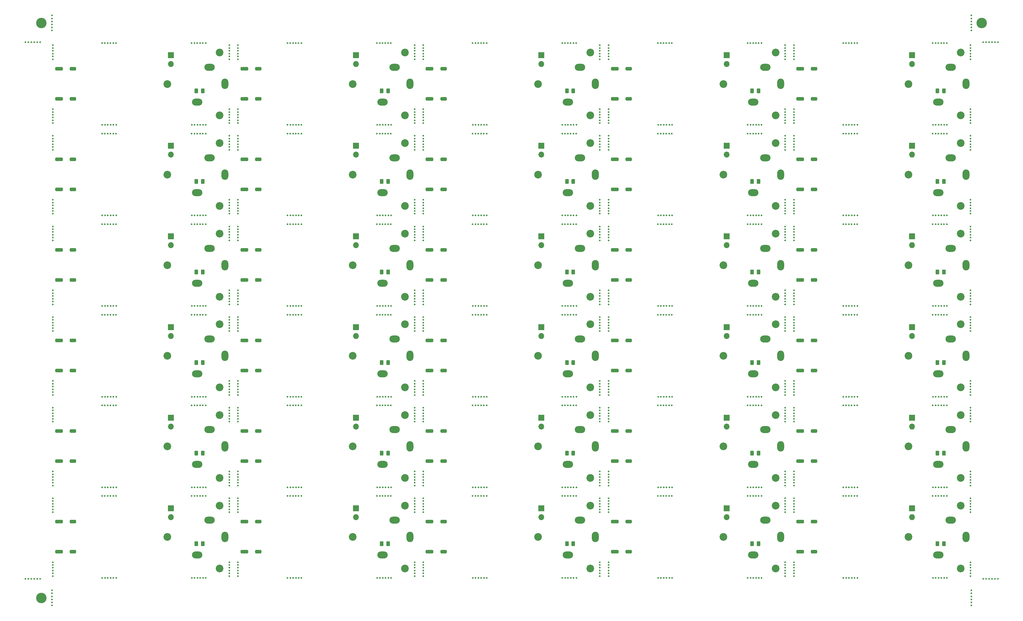
<source format=gbr>
%TF.GenerationSoftware,KiCad,Pcbnew,7.0.2*%
%TF.CreationDate,2023-06-29T11:18:24+02:00*%
%TF.ProjectId,zvukovka_panel,7a76756b-6f76-46b6-915f-70616e656c2e,rev?*%
%TF.SameCoordinates,Original*%
%TF.FileFunction,Soldermask,Bot*%
%TF.FilePolarity,Negative*%
%FSLAX46Y46*%
G04 Gerber Fmt 4.6, Leading zero omitted, Abs format (unit mm)*
G04 Created by KiCad (PCBNEW 7.0.2) date 2023-06-29 11:18:24*
%MOMM*%
%LPD*%
G01*
G04 APERTURE LIST*
G04 Aperture macros list*
%AMRoundRect*
0 Rectangle with rounded corners*
0 $1 Rounding radius*
0 $2 $3 $4 $5 $6 $7 $8 $9 X,Y pos of 4 corners*
0 Add a 4 corners polygon primitive as box body*
4,1,4,$2,$3,$4,$5,$6,$7,$8,$9,$2,$3,0*
0 Add four circle primitives for the rounded corners*
1,1,$1+$1,$2,$3*
1,1,$1+$1,$4,$5*
1,1,$1+$1,$6,$7*
1,1,$1+$1,$8,$9*
0 Add four rect primitives between the rounded corners*
20,1,$1+$1,$2,$3,$4,$5,0*
20,1,$1+$1,$4,$5,$6,$7,0*
20,1,$1+$1,$6,$7,$8,$9,0*
20,1,$1+$1,$8,$9,$2,$3,0*%
G04 Aperture macros list end*
%ADD10C,3.000000*%
%ADD11RoundRect,0.250000X0.262500X0.450000X-0.262500X0.450000X-0.262500X-0.450000X0.262500X-0.450000X0*%
%ADD12C,0.500000*%
%ADD13C,2.200000*%
%ADD14O,2.000000X3.000000*%
%ADD15O,3.000000X2.000000*%
%ADD16R,1.700000X1.700000*%
%ADD17O,1.700000X1.700000*%
%ADD18RoundRect,0.250000X-0.650000X0.250000X-0.650000X-0.250000X0.650000X-0.250000X0.650000X0.250000X0*%
%ADD19RoundRect,0.250000X-0.850000X0.250000X-0.850000X-0.250000X0.850000X-0.250000X0.850000X0.250000X0*%
G04 APERTURE END LIST*
D10*
%TO.C,REF\u002A\u002A*%
X13625000Y-187500000D03*
%TD*%
D11*
%TO.C,R8*%
X113037500Y-93950000D03*
X111212500Y-93950000D03*
%TD*%
%TO.C,R8*%
X59887500Y-119950000D03*
X58062500Y-119950000D03*
%TD*%
%TO.C,R8*%
X219337500Y-93950000D03*
X217512500Y-93950000D03*
%TD*%
%TO.C,R8*%
X272487500Y-41950000D03*
X270662500Y-41950000D03*
%TD*%
%TO.C,R8*%
X59887500Y-41950000D03*
X58062500Y-41950000D03*
%TD*%
%TO.C,R8*%
X59887500Y-67950000D03*
X58062500Y-67950000D03*
%TD*%
%TO.C,R8*%
X166187500Y-67950000D03*
X164362500Y-67950000D03*
%TD*%
%TO.C,R8*%
X219337500Y-67950000D03*
X217512500Y-67950000D03*
%TD*%
%TO.C,R8*%
X272487500Y-119950000D03*
X270662500Y-119950000D03*
%TD*%
%TO.C,R8*%
X219337500Y-145950000D03*
X217512500Y-145950000D03*
%TD*%
D10*
%TO.C,REF\u002A\u002A*%
X283375000Y-22500000D03*
%TD*%
%TO.C,REF\u002A\u002A*%
X13625000Y-22500000D03*
%TD*%
D11*
%TO.C,R8*%
X166187500Y-93950000D03*
X164362500Y-93950000D03*
%TD*%
%TO.C,R8*%
X272487500Y-67950000D03*
X270662500Y-67950000D03*
%TD*%
%TO.C,R8*%
X272487500Y-171950000D03*
X270662500Y-171950000D03*
%TD*%
%TO.C,R8*%
X59887500Y-93950000D03*
X58062500Y-93950000D03*
%TD*%
%TO.C,R8*%
X113037500Y-67950000D03*
X111212500Y-67950000D03*
%TD*%
%TO.C,R8*%
X219337500Y-119950000D03*
X217512500Y-119950000D03*
%TD*%
%TO.C,R8*%
X113037500Y-41950000D03*
X111212500Y-41950000D03*
%TD*%
%TO.C,R8*%
X166187500Y-171950000D03*
X164362500Y-171950000D03*
%TD*%
%TO.C,R8*%
X272487500Y-145950000D03*
X270662500Y-145950000D03*
%TD*%
%TO.C,R8*%
X59887500Y-145950000D03*
X58062500Y-145950000D03*
%TD*%
%TO.C,R8*%
X113037500Y-171950000D03*
X111212500Y-171950000D03*
%TD*%
%TO.C,R8*%
X166187500Y-41950000D03*
X164362500Y-41950000D03*
%TD*%
%TO.C,R8*%
X272487500Y-93950000D03*
X270662500Y-93950000D03*
%TD*%
%TO.C,R8*%
X113037500Y-145950000D03*
X111212500Y-145950000D03*
%TD*%
%TO.C,R8*%
X166187500Y-145950000D03*
X164362500Y-145950000D03*
%TD*%
%TO.C,R8*%
X113037500Y-119950000D03*
X111212500Y-119950000D03*
%TD*%
%TO.C,R8*%
X59887500Y-171950000D03*
X58062500Y-171950000D03*
%TD*%
%TO.C,R8*%
X219337500Y-41950000D03*
X217512500Y-41950000D03*
%TD*%
%TO.C,R8*%
X166187500Y-119950000D03*
X164362500Y-119950000D03*
%TD*%
%TO.C,R8*%
X219337500Y-171950000D03*
X217512500Y-171950000D03*
%TD*%
D12*
%TO.C,REF\u002A\u002A*%
X120675000Y-125250000D03*
%TD*%
%TO.C,REF\u002A\u002A*%
X58375000Y-181750000D03*
%TD*%
D13*
%TO.C,M3*%
X209225000Y-118050000D03*
%TD*%
D12*
%TO.C,REF\u002A\u002A*%
X57575000Y-129750000D03*
%TD*%
%TO.C,REF\u002A\u002A*%
X280125000Y-47250000D03*
%TD*%
%TO.C,REF\u002A\u002A*%
X120675000Y-133700000D03*
%TD*%
%TO.C,REF\u002A\u002A*%
X192875000Y-54250000D03*
%TD*%
%TO.C,REF\u002A\u002A*%
X165425000Y-132250000D03*
%TD*%
%TO.C,REF\u002A\u002A*%
X34275000Y-103750000D03*
%TD*%
%TO.C,REF\u002A\u002A*%
X219425000Y-51750000D03*
%TD*%
%TO.C,REF\u002A\u002A*%
X137325000Y-54250000D03*
%TD*%
%TO.C,REF\u002A\u002A*%
X216225000Y-129750000D03*
%TD*%
%TO.C,REF\u002A\u002A*%
X216975000Y-158250000D03*
%TD*%
%TO.C,REF\u002A\u002A*%
X16875000Y-57300000D03*
%TD*%
%TO.C,REF\u002A\u002A*%
X85825000Y-129750000D03*
%TD*%
%TO.C,REF\u002A\u002A*%
X176325000Y-84100000D03*
%TD*%
%TO.C,REF\u002A\u002A*%
X120675000Y-51250000D03*
%TD*%
%TO.C,REF\u002A\u002A*%
X163075000Y-51750000D03*
%TD*%
%TO.C,REF\u002A\u002A*%
X59925000Y-158250000D03*
%TD*%
%TO.C,REF\u002A\u002A*%
X57575000Y-103750000D03*
%TD*%
%TO.C,REF\u002A\u002A*%
X113875000Y-106250000D03*
%TD*%
%TO.C,REF\u002A\u002A*%
X192075000Y-132250000D03*
%TD*%
%TO.C,REF\u002A\u002A*%
X269325000Y-106250000D03*
%TD*%
%TO.C,REF\u002A\u002A*%
X176325000Y-84900000D03*
%TD*%
D14*
%TO.C,U1*%
X278825000Y-144000000D03*
D15*
X274425000Y-139200000D03*
X270925000Y-149200000D03*
%TD*%
D14*
%TO.C,U1*%
X278825000Y-92000000D03*
D15*
X274425000Y-87200000D03*
X270925000Y-97200000D03*
%TD*%
D12*
%TO.C,REF\u002A\u002A*%
X229475000Y-74850000D03*
%TD*%
%TO.C,REF\u002A\u002A*%
X11553572Y-182000000D03*
%TD*%
%TO.C,REF\u002A\u002A*%
X176325000Y-160500000D03*
%TD*%
%TO.C,REF\u002A\u002A*%
X190475000Y-132250000D03*
%TD*%
%TO.C,REF\u002A\u002A*%
X229475000Y-80900000D03*
%TD*%
%TO.C,REF\u002A\u002A*%
X123175000Y-83300000D03*
%TD*%
%TO.C,REF\u002A\u002A*%
X70025000Y-84900000D03*
%TD*%
%TO.C,REF\u002A\u002A*%
X229475000Y-57300000D03*
%TD*%
%TO.C,REF\u002A\u002A*%
X86575000Y-132250000D03*
%TD*%
%TO.C,REF\u002A\u002A*%
X220175000Y-54250000D03*
%TD*%
%TO.C,REF\u002A\u002A*%
X272575000Y-181750000D03*
%TD*%
%TO.C,REF\u002A\u002A*%
X173825000Y-109300000D03*
%TD*%
%TO.C,REF\u002A\u002A*%
X84975000Y-54250000D03*
%TD*%
%TO.C,REF\u002A\u002A*%
X87425000Y-155750000D03*
%TD*%
%TO.C,REF\u002A\u002A*%
X112275000Y-54250000D03*
%TD*%
D13*
%TO.C,M3*%
X262375000Y-144050000D03*
%TD*%
D12*
%TO.C,REF\u002A\u002A*%
X280125000Y-84900000D03*
%TD*%
%TO.C,REF\u002A\u002A*%
X247625000Y-54250000D03*
%TD*%
%TO.C,REF\u002A\u002A*%
X218575000Y-54250000D03*
%TD*%
%TO.C,REF\u002A\u002A*%
X176325000Y-30500000D03*
%TD*%
%TO.C,REF\u002A\u002A*%
X280375000Y-188785714D03*
%TD*%
%TO.C,REF\u002A\u002A*%
X226975000Y-83300000D03*
%TD*%
%TO.C,REF\u002A\u002A*%
X173825000Y-58900000D03*
%TD*%
%TO.C,REF\u002A\u002A*%
X244475000Y-103750000D03*
%TD*%
%TO.C,REF\u002A\u002A*%
X137375000Y-155750000D03*
%TD*%
%TO.C,REF\u002A\u002A*%
X217825000Y-129750000D03*
%TD*%
%TO.C,REF\u002A\u002A*%
X229475000Y-101650000D03*
%TD*%
%TO.C,REF\u002A\u002A*%
X173825000Y-28900000D03*
%TD*%
D13*
%TO.C,M2*%
X64775000Y-49050000D03*
%TD*%
D12*
%TO.C,REF\u002A\u002A*%
X67525000Y-154450000D03*
%TD*%
%TO.C,REF\u002A\u002A*%
X173825000Y-132900000D03*
%TD*%
%TO.C,REF\u002A\u002A*%
X16875000Y-54900000D03*
%TD*%
D13*
%TO.C,M3*%
X209225000Y-144050000D03*
%TD*%
D12*
%TO.C,REF\u002A\u002A*%
X110725000Y-129750000D03*
%TD*%
%TO.C,REF\u002A\u002A*%
X123175000Y-100050000D03*
%TD*%
%TO.C,REF\u002A\u002A*%
X272575000Y-129750000D03*
%TD*%
%TO.C,REF\u002A\u002A*%
X173825000Y-178050000D03*
%TD*%
%TO.C,REF\u002A\u002A*%
X217825000Y-103750000D03*
%TD*%
%TO.C,REF\u002A\u002A*%
X173825000Y-177250000D03*
%TD*%
%TO.C,REF\u002A\u002A*%
X273375000Y-155750000D03*
%TD*%
%TO.C,REF\u002A\u002A*%
X120675000Y-100050000D03*
%TD*%
%TO.C,REF\u002A\u002A*%
X229475000Y-47250000D03*
%TD*%
%TO.C,REF\u002A\u002A*%
X194475000Y-80250000D03*
%TD*%
%TO.C,REF\u002A\u002A*%
X110675000Y-54250000D03*
%TD*%
%TO.C,REF\u002A\u002A*%
X226975000Y-84100000D03*
%TD*%
%TO.C,REF\u002A\u002A*%
X191325000Y-155750000D03*
%TD*%
%TO.C,REF\u002A\u002A*%
X246075000Y-129750000D03*
%TD*%
%TO.C,REF\u002A\u002A*%
X229475000Y-161300000D03*
%TD*%
%TO.C,REF\u002A\u002A*%
X229475000Y-58900000D03*
%TD*%
D13*
%TO.C,M1*%
X277375000Y-109000000D03*
%TD*%
D12*
%TO.C,REF\u002A\u002A*%
X164675000Y-181750000D03*
%TD*%
D14*
%TO.C,U1*%
X172525000Y-40000000D03*
D15*
X168125000Y-35200000D03*
X164625000Y-45200000D03*
%TD*%
D12*
%TO.C,REF\u002A\u002A*%
X229475000Y-181250000D03*
%TD*%
%TO.C,REF\u002A\u002A*%
X70025000Y-47250000D03*
%TD*%
%TO.C,REF\u002A\u002A*%
X190525000Y-51750000D03*
%TD*%
%TO.C,REF\u002A\u002A*%
X190525000Y-77750000D03*
%TD*%
%TO.C,REF\u002A\u002A*%
X16875000Y-99250000D03*
%TD*%
%TO.C,REF\u002A\u002A*%
X246875000Y-129750000D03*
%TD*%
%TO.C,REF\u002A\u002A*%
X87425000Y-77750000D03*
%TD*%
%TO.C,REF\u002A\u002A*%
X11553572Y-28000000D03*
%TD*%
%TO.C,REF\u002A\u002A*%
X191275000Y-54250000D03*
%TD*%
%TO.C,REF\u002A\u002A*%
X280125000Y-129250000D03*
%TD*%
%TO.C,REF\u002A\u002A*%
X113925000Y-129750000D03*
%TD*%
%TO.C,REF\u002A\u002A*%
X271725000Y-106250000D03*
%TD*%
%TO.C,REF\u002A\u002A*%
X86575000Y-54250000D03*
%TD*%
%TO.C,REF\u002A\u002A*%
X164675000Y-155750000D03*
%TD*%
%TO.C,REF\u002A\u002A*%
X246875000Y-181750000D03*
%TD*%
%TO.C,REF\u002A\u002A*%
X84225000Y-51750000D03*
%TD*%
%TO.C,REF\u002A\u002A*%
X270125000Y-80250000D03*
%TD*%
%TO.C,REF\u002A\u002A*%
X163875000Y-181750000D03*
%TD*%
%TO.C,REF\u002A\u002A*%
X286303571Y-28000000D03*
%TD*%
%TO.C,REF\u002A\u002A*%
X226975000Y-57300000D03*
%TD*%
%TO.C,REF\u002A\u002A*%
X70025000Y-106900000D03*
%TD*%
%TO.C,REF\u002A\u002A*%
X246075000Y-155750000D03*
%TD*%
%TO.C,REF\u002A\u002A*%
X113125000Y-77750000D03*
%TD*%
%TO.C,REF\u002A\u002A*%
X173825000Y-32900000D03*
%TD*%
%TO.C,REF\u002A\u002A*%
X67525000Y-83300000D03*
%TD*%
%TO.C,REF\u002A\u002A*%
X70025000Y-73250000D03*
%TD*%
%TO.C,REF\u002A\u002A*%
X120675000Y-109300000D03*
%TD*%
D16*
%TO.C,J2*%
X263325000Y-57775000D03*
D17*
X263325000Y-60315000D03*
%TD*%
D12*
%TO.C,REF\u002A\u002A*%
X226975000Y-128450000D03*
%TD*%
%TO.C,REF\u002A\u002A*%
X226975000Y-49650000D03*
%TD*%
%TO.C,REF\u002A\u002A*%
X123175000Y-57300000D03*
%TD*%
%TO.C,REF\u002A\u002A*%
X220225000Y-51750000D03*
%TD*%
%TO.C,REF\u002A\u002A*%
X176325000Y-83300000D03*
%TD*%
%TO.C,REF\u002A\u002A*%
X110675000Y-28250000D03*
%TD*%
%TO.C,REF\u002A\u002A*%
X58375000Y-155750000D03*
%TD*%
%TO.C,REF\u002A\u002A*%
X226975000Y-152050000D03*
%TD*%
%TO.C,REF\u002A\u002A*%
X246025000Y-28250000D03*
%TD*%
%TO.C,REF\u002A\u002A*%
X244475000Y-181750000D03*
%TD*%
%TO.C,REF\u002A\u002A*%
X16875000Y-159700000D03*
%TD*%
%TO.C,REF\u002A\u002A*%
X273325000Y-106250000D03*
%TD*%
%TO.C,REF\u002A\u002A*%
X220225000Y-77750000D03*
%TD*%
%TO.C,REF\u002A\u002A*%
X244425000Y-80250000D03*
%TD*%
%TO.C,REF\u002A\u002A*%
X164675000Y-129750000D03*
%TD*%
%TO.C,REF\u002A\u002A*%
X163075000Y-103750000D03*
%TD*%
%TO.C,REF\u002A\u002A*%
X70025000Y-127650000D03*
%TD*%
%TO.C,REF\u002A\u002A*%
X229475000Y-126050000D03*
%TD*%
%TO.C,REF\u002A\u002A*%
X16625000Y-24642858D03*
%TD*%
%TO.C,REF\u002A\u002A*%
X67525000Y-48050000D03*
%TD*%
%TO.C,REF\u002A\u002A*%
X31025000Y-158250000D03*
%TD*%
%TO.C,REF\u002A\u002A*%
X226975000Y-32100000D03*
%TD*%
D13*
%TO.C,M3*%
X102925000Y-118050000D03*
%TD*%
D12*
%TO.C,REF\u002A\u002A*%
X141325000Y-80250000D03*
%TD*%
%TO.C,REF\u002A\u002A*%
X173825000Y-110900000D03*
%TD*%
%TO.C,REF\u002A\u002A*%
X60725000Y-158250000D03*
%TD*%
%TO.C,REF\u002A\u002A*%
X113075000Y-158250000D03*
%TD*%
%TO.C,REF\u002A\u002A*%
X216225000Y-77750000D03*
%TD*%
%TO.C,REF\u002A\u002A*%
X109925000Y-155750000D03*
%TD*%
%TO.C,REF\u002A\u002A*%
X67525000Y-162100000D03*
%TD*%
D13*
%TO.C,M2*%
X224225000Y-75050000D03*
%TD*%
D12*
%TO.C,REF\u002A\u002A*%
X226975000Y-48850000D03*
%TD*%
%TO.C,REF\u002A\u002A*%
X120675000Y-155250000D03*
%TD*%
%TO.C,REF\u002A\u002A*%
X67525000Y-126050000D03*
%TD*%
%TO.C,REF\u002A\u002A*%
X31825000Y-80250000D03*
%TD*%
%TO.C,REF\u002A\u002A*%
X138125000Y-54250000D03*
%TD*%
%TO.C,REF\u002A\u002A*%
X280125000Y-154450000D03*
%TD*%
D13*
%TO.C,M3*%
X156075000Y-118050000D03*
%TD*%
D12*
%TO.C,REF\u002A\u002A*%
X16875000Y-28900000D03*
%TD*%
%TO.C,REF\u002A\u002A*%
X173825000Y-75650000D03*
%TD*%
%TO.C,REF\u002A\u002A*%
X67525000Y-108500000D03*
%TD*%
%TO.C,REF\u002A\u002A*%
X137325000Y-106250000D03*
%TD*%
%TO.C,REF\u002A\u002A*%
X112325000Y-181750000D03*
%TD*%
%TO.C,REF\u002A\u002A*%
X88175000Y-28250000D03*
%TD*%
%TO.C,REF\u002A\u002A*%
X70025000Y-76450000D03*
%TD*%
%TO.C,REF\u002A\u002A*%
X245225000Y-158250000D03*
%TD*%
%TO.C,REF\u002A\u002A*%
X176325000Y-106900000D03*
%TD*%
%TO.C,REF\u002A\u002A*%
X217025000Y-77750000D03*
%TD*%
D14*
%TO.C,U1*%
X225675000Y-40000000D03*
D15*
X221275000Y-35200000D03*
X217775000Y-45200000D03*
%TD*%
D12*
%TO.C,REF\u002A\u002A*%
X166275000Y-77750000D03*
%TD*%
%TO.C,REF\u002A\u002A*%
X176325000Y-178850000D03*
%TD*%
%TO.C,REF\u002A\u002A*%
X173825000Y-82500000D03*
%TD*%
%TO.C,REF\u002A\u002A*%
X280125000Y-151250000D03*
%TD*%
%TO.C,REF\u002A\u002A*%
X173825000Y-155250000D03*
%TD*%
%TO.C,REF\u002A\u002A*%
X123175000Y-154450000D03*
%TD*%
%TO.C,REF\u002A\u002A*%
X120675000Y-177250000D03*
%TD*%
%TO.C,REF\u002A\u002A*%
X280125000Y-128450000D03*
%TD*%
%TO.C,REF\u002A\u002A*%
X216225000Y-155750000D03*
%TD*%
%TO.C,REF\u002A\u002A*%
X137325000Y-80250000D03*
%TD*%
%TO.C,REF\u002A\u002A*%
X173825000Y-77250000D03*
%TD*%
%TO.C,REF\u002A\u002A*%
X166275000Y-129750000D03*
%TD*%
%TO.C,REF\u002A\u002A*%
X120675000Y-110900000D03*
%TD*%
%TO.C,REF\u002A\u002A*%
X70025000Y-51250000D03*
%TD*%
%TO.C,REF\u002A\u002A*%
X86575000Y-80250000D03*
%TD*%
%TO.C,REF\u002A\u002A*%
X56775000Y-155750000D03*
%TD*%
%TO.C,REF\u002A\u002A*%
X138925000Y-28250000D03*
%TD*%
%TO.C,REF\u002A\u002A*%
X123175000Y-82500000D03*
%TD*%
%TO.C,REF\u002A\u002A*%
X137325000Y-132250000D03*
%TD*%
%TO.C,REF\u002A\u002A*%
X271725000Y-28250000D03*
%TD*%
%TO.C,REF\u002A\u002A*%
X216225000Y-51750000D03*
%TD*%
%TO.C,REF\u002A\u002A*%
X173825000Y-181250000D03*
%TD*%
%TO.C,REF\u002A\u002A*%
X138975000Y-181750000D03*
%TD*%
%TO.C,REF\u002A\u002A*%
X137375000Y-51750000D03*
%TD*%
%TO.C,REF\u002A\u002A*%
X32675000Y-51750000D03*
%TD*%
%TO.C,REF\u002A\u002A*%
X229475000Y-82500000D03*
%TD*%
%TO.C,REF\u002A\u002A*%
X123175000Y-178050000D03*
%TD*%
D18*
%TO.C,J1*%
X75825000Y-139630000D03*
D19*
X71825000Y-139630000D03*
D18*
X75825000Y-148270000D03*
D19*
X71825000Y-148270000D03*
%TD*%
D12*
%TO.C,REF\u002A\u002A*%
X67525000Y-56500000D03*
%TD*%
%TO.C,REF\u002A\u002A*%
X109925000Y-103750000D03*
%TD*%
%TO.C,REF\u002A\u002A*%
X216975000Y-28250000D03*
%TD*%
%TO.C,REF\u002A\u002A*%
X120675000Y-136100000D03*
%TD*%
D18*
%TO.C,J1*%
X235275000Y-35630000D03*
D19*
X231275000Y-35630000D03*
D18*
X235275000Y-44270000D03*
D19*
X231275000Y-44270000D03*
%TD*%
D12*
%TO.C,REF\u002A\u002A*%
X16625000Y-187928571D03*
%TD*%
%TO.C,REF\u002A\u002A*%
X173825000Y-152850000D03*
%TD*%
D13*
%TO.C,M2*%
X171075000Y-153050000D03*
%TD*%
D12*
%TO.C,REF\u002A\u002A*%
X16875000Y-125250000D03*
%TD*%
%TO.C,REF\u002A\u002A*%
X32625000Y-158250000D03*
%TD*%
%TO.C,REF\u002A\u002A*%
X34225000Y-158250000D03*
%TD*%
%TO.C,REF\u002A\u002A*%
X67525000Y-162900000D03*
%TD*%
%TO.C,REF\u002A\u002A*%
X246875000Y-51750000D03*
%TD*%
%TO.C,REF\u002A\u002A*%
X70025000Y-160500000D03*
%TD*%
%TO.C,REF\u002A\u002A*%
X70025000Y-155250000D03*
%TD*%
%TO.C,REF\u002A\u002A*%
X270925000Y-106250000D03*
%TD*%
%TO.C,REF\u002A\u002A*%
X70025000Y-178850000D03*
%TD*%
%TO.C,REF\u002A\u002A*%
X173825000Y-84100000D03*
%TD*%
%TO.C,REF\u002A\u002A*%
X56725000Y-158250000D03*
%TD*%
%TO.C,REF\u002A\u002A*%
X229475000Y-108500000D03*
%TD*%
%TO.C,REF\u002A\u002A*%
X84975000Y-80250000D03*
%TD*%
D13*
%TO.C,M2*%
X64775000Y-153050000D03*
%TD*%
%TO.C,M1*%
X171075000Y-161000000D03*
%TD*%
D12*
%TO.C,REF\u002A\u002A*%
X229475000Y-75650000D03*
%TD*%
%TO.C,REF\u002A\u002A*%
X35025000Y-54250000D03*
%TD*%
%TO.C,REF\u002A\u002A*%
X226975000Y-136100000D03*
%TD*%
%TO.C,REF\u002A\u002A*%
X285446428Y-182000000D03*
%TD*%
%TO.C,REF\u002A\u002A*%
X173825000Y-57300000D03*
%TD*%
%TO.C,REF\u002A\u002A*%
X34225000Y-80250000D03*
%TD*%
%TO.C,REF\u002A\u002A*%
X229475000Y-162100000D03*
%TD*%
%TO.C,REF\u002A\u002A*%
X138175000Y-129750000D03*
%TD*%
%TO.C,REF\u002A\u002A*%
X229475000Y-51250000D03*
%TD*%
%TO.C,REF\u002A\u002A*%
X141375000Y-155750000D03*
%TD*%
%TO.C,REF\u002A\u002A*%
X280125000Y-51250000D03*
%TD*%
%TO.C,REF\u002A\u002A*%
X70025000Y-110100000D03*
%TD*%
%TO.C,REF\u002A\u002A*%
X246825000Y-28250000D03*
%TD*%
%TO.C,REF\u002A\u002A*%
X123175000Y-133700000D03*
%TD*%
%TO.C,REF\u002A\u002A*%
X35075000Y-129750000D03*
%TD*%
%TO.C,REF\u002A\u002A*%
X57525000Y-106250000D03*
%TD*%
%TO.C,REF\u002A\u002A*%
X243675000Y-155750000D03*
%TD*%
%TO.C,REF\u002A\u002A*%
X280125000Y-126850000D03*
%TD*%
%TO.C,REF\u002A\u002A*%
X138975000Y-51750000D03*
%TD*%
%TO.C,REF\u002A\u002A*%
X113875000Y-158250000D03*
%TD*%
%TO.C,REF\u002A\u002A*%
X88225000Y-77750000D03*
%TD*%
%TO.C,REF\u002A\u002A*%
X280125000Y-108500000D03*
%TD*%
%TO.C,REF\u002A\u002A*%
X269375000Y-155750000D03*
%TD*%
D14*
%TO.C,U1*%
X172525000Y-66000000D03*
D15*
X168125000Y-61200000D03*
X164625000Y-71200000D03*
%TD*%
D12*
%TO.C,REF\u002A\u002A*%
X229475000Y-50450000D03*
%TD*%
%TO.C,REF\u002A\u002A*%
X176325000Y-109300000D03*
%TD*%
%TO.C,REF\u002A\u002A*%
X67525000Y-100850000D03*
%TD*%
%TO.C,REF\u002A\u002A*%
X59925000Y-132250000D03*
%TD*%
%TO.C,REF\u002A\u002A*%
X57575000Y-181750000D03*
%TD*%
%TO.C,REF\u002A\u002A*%
X70025000Y-158900000D03*
%TD*%
%TO.C,REF\u002A\u002A*%
X16875000Y-133700000D03*
%TD*%
%TO.C,REF\u002A\u002A*%
X176325000Y-132900000D03*
%TD*%
%TO.C,REF\u002A\u002A*%
X244425000Y-132250000D03*
%TD*%
%TO.C,REF\u002A\u002A*%
X176325000Y-151250000D03*
%TD*%
D13*
%TO.C,M2*%
X117925000Y-49050000D03*
%TD*%
D12*
%TO.C,REF\u002A\u002A*%
X67525000Y-129250000D03*
%TD*%
%TO.C,REF\u002A\u002A*%
X272575000Y-51750000D03*
%TD*%
%TO.C,REF\u002A\u002A*%
X229475000Y-152050000D03*
%TD*%
%TO.C,REF\u002A\u002A*%
X220175000Y-132250000D03*
%TD*%
%TO.C,REF\u002A\u002A*%
X243675000Y-103750000D03*
%TD*%
%TO.C,REF\u002A\u002A*%
X176325000Y-32100000D03*
%TD*%
%TO.C,REF\u002A\u002A*%
X176325000Y-57300000D03*
%TD*%
%TO.C,REF\u002A\u002A*%
X9839286Y-182000000D03*
%TD*%
%TO.C,REF\u002A\u002A*%
X67525000Y-152050000D03*
%TD*%
%TO.C,REF\u002A\u002A*%
X16625000Y-21214286D03*
%TD*%
D18*
%TO.C,J1*%
X128975000Y-87630000D03*
D19*
X124975000Y-87630000D03*
D18*
X128975000Y-96270000D03*
D19*
X124975000Y-96270000D03*
%TD*%
D16*
%TO.C,J2*%
X50725000Y-135775000D03*
D17*
X50725000Y-138315000D03*
%TD*%
D12*
%TO.C,REF\u002A\u002A*%
X87425000Y-181750000D03*
%TD*%
%TO.C,REF\u002A\u002A*%
X31075000Y-155750000D03*
%TD*%
%TO.C,REF\u002A\u002A*%
X226975000Y-80900000D03*
%TD*%
%TO.C,REF\u002A\u002A*%
X193725000Y-181750000D03*
%TD*%
%TO.C,REF\u002A\u002A*%
X120675000Y-29700000D03*
%TD*%
%TO.C,REF\u002A\u002A*%
X176325000Y-54900000D03*
%TD*%
D14*
%TO.C,U1*%
X225675000Y-118000000D03*
D15*
X221275000Y-113200000D03*
X217775000Y-123200000D03*
%TD*%
D12*
%TO.C,REF\u002A\u002A*%
X87375000Y-106250000D03*
%TD*%
D13*
%TO.C,M3*%
X209225000Y-40050000D03*
%TD*%
D12*
%TO.C,REF\u002A\u002A*%
X219425000Y-155750000D03*
%TD*%
%TO.C,REF\u002A\u002A*%
X85825000Y-51750000D03*
%TD*%
%TO.C,REF\u002A\u002A*%
X246075000Y-103750000D03*
%TD*%
%TO.C,REF\u002A\u002A*%
X31075000Y-129750000D03*
%TD*%
%TO.C,REF\u002A\u002A*%
X194475000Y-28250000D03*
%TD*%
%TO.C,REF\u002A\u002A*%
X120675000Y-77250000D03*
%TD*%
%TO.C,REF\u002A\u002A*%
X229475000Y-126850000D03*
%TD*%
%TO.C,REF\u002A\u002A*%
X111475000Y-28250000D03*
%TD*%
%TO.C,REF\u002A\u002A*%
X123175000Y-74850000D03*
%TD*%
%TO.C,REF\u002A\u002A*%
X226975000Y-159700000D03*
%TD*%
%TO.C,REF\u002A\u002A*%
X111475000Y-80250000D03*
%TD*%
%TO.C,REF\u002A\u002A*%
X120675000Y-106900000D03*
%TD*%
D14*
%TO.C,U1*%
X172525000Y-92000000D03*
D15*
X168125000Y-87200000D03*
X164625000Y-97200000D03*
%TD*%
D12*
%TO.C,REF\u002A\u002A*%
X58325000Y-28250000D03*
%TD*%
%TO.C,REF\u002A\u002A*%
X120675000Y-153650000D03*
%TD*%
%TO.C,REF\u002A\u002A*%
X84975000Y-106250000D03*
%TD*%
D13*
%TO.C,M3*%
X262375000Y-40050000D03*
%TD*%
D12*
%TO.C,REF\u002A\u002A*%
X190475000Y-28250000D03*
%TD*%
%TO.C,REF\u002A\u002A*%
X16875000Y-84100000D03*
%TD*%
%TO.C,REF\u002A\u002A*%
X16875000Y-160500000D03*
%TD*%
%TO.C,REF\u002A\u002A*%
X123175000Y-58100000D03*
%TD*%
%TO.C,REF\u002A\u002A*%
X58375000Y-77750000D03*
%TD*%
%TO.C,REF\u002A\u002A*%
X190475000Y-106250000D03*
%TD*%
%TO.C,REF\u002A\u002A*%
X229475000Y-132900000D03*
%TD*%
%TO.C,REF\u002A\u002A*%
X123175000Y-32900000D03*
%TD*%
%TO.C,REF\u002A\u002A*%
X272525000Y-132250000D03*
%TD*%
%TO.C,REF\u002A\u002A*%
X280375000Y-186214285D03*
%TD*%
%TO.C,REF\u002A\u002A*%
X16875000Y-154450000D03*
%TD*%
%TO.C,REF\u002A\u002A*%
X84175000Y-28250000D03*
%TD*%
D16*
%TO.C,J2*%
X210175000Y-161775000D03*
D17*
X210175000Y-164315000D03*
%TD*%
D16*
%TO.C,J2*%
X263325000Y-135775000D03*
D17*
X263325000Y-138315000D03*
%TD*%
D12*
%TO.C,REF\u002A\u002A*%
X176325000Y-136900000D03*
%TD*%
%TO.C,REF\u002A\u002A*%
X9839286Y-28000000D03*
%TD*%
D13*
%TO.C,M2*%
X277375000Y-49050000D03*
%TD*%
D12*
%TO.C,REF\u002A\u002A*%
X217025000Y-181750000D03*
%TD*%
%TO.C,REF\u002A\u002A*%
X141375000Y-181750000D03*
%TD*%
%TO.C,REF\u002A\u002A*%
X176325000Y-152050000D03*
%TD*%
%TO.C,REF\u002A\u002A*%
X33425000Y-106250000D03*
%TD*%
D13*
%TO.C,M2*%
X277375000Y-75050000D03*
%TD*%
D12*
%TO.C,REF\u002A\u002A*%
X273325000Y-158250000D03*
%TD*%
%TO.C,REF\u002A\u002A*%
X191325000Y-181750000D03*
%TD*%
%TO.C,REF\u002A\u002A*%
X176325000Y-161300000D03*
%TD*%
%TO.C,REF\u002A\u002A*%
X16875000Y-162100000D03*
%TD*%
%TO.C,REF\u002A\u002A*%
X226975000Y-28900000D03*
%TD*%
%TO.C,REF\u002A\u002A*%
X67525000Y-74050000D03*
%TD*%
%TO.C,REF\u002A\u002A*%
X59175000Y-103750000D03*
%TD*%
%TO.C,REF\u002A\u002A*%
X70025000Y-128450000D03*
%TD*%
%TO.C,REF\u002A\u002A*%
X192875000Y-106250000D03*
%TD*%
%TO.C,REF\u002A\u002A*%
X192925000Y-51750000D03*
%TD*%
%TO.C,REF\u002A\u002A*%
X123175000Y-51250000D03*
%TD*%
%TO.C,REF\u002A\u002A*%
X167025000Y-54250000D03*
%TD*%
D14*
%TO.C,U1*%
X119375000Y-92000000D03*
D15*
X114975000Y-87200000D03*
X111475000Y-97200000D03*
%TD*%
D12*
%TO.C,REF\u002A\u002A*%
X32625000Y-80250000D03*
%TD*%
%TO.C,REF\u002A\u002A*%
X137375000Y-129750000D03*
%TD*%
%TO.C,REF\u002A\u002A*%
X247675000Y-103750000D03*
%TD*%
%TO.C,REF\u002A\u002A*%
X245275000Y-103750000D03*
%TD*%
%TO.C,REF\u002A\u002A*%
X123175000Y-99250000D03*
%TD*%
%TO.C,REF\u002A\u002A*%
X166275000Y-103750000D03*
%TD*%
%TO.C,REF\u002A\u002A*%
X16875000Y-135300000D03*
%TD*%
%TO.C,REF\u002A\u002A*%
X280125000Y-127650000D03*
%TD*%
%TO.C,REF\u002A\u002A*%
X173825000Y-47250000D03*
%TD*%
%TO.C,REF\u002A\u002A*%
X229475000Y-162900000D03*
%TD*%
%TO.C,REF\u002A\u002A*%
X280125000Y-155250000D03*
%TD*%
%TO.C,REF\u002A\u002A*%
X217775000Y-132250000D03*
%TD*%
%TO.C,REF\u002A\u002A*%
X166275000Y-51750000D03*
%TD*%
%TO.C,REF\u002A\u002A*%
X123175000Y-80900000D03*
%TD*%
%TO.C,REF\u002A\u002A*%
X246025000Y-54250000D03*
%TD*%
D13*
%TO.C,M1*%
X64775000Y-57000000D03*
%TD*%
D12*
%TO.C,REF\u002A\u002A*%
X109875000Y-158250000D03*
%TD*%
%TO.C,REF\u002A\u002A*%
X120675000Y-80900000D03*
%TD*%
%TO.C,REF\u002A\u002A*%
X110725000Y-181750000D03*
%TD*%
%TO.C,REF\u002A\u002A*%
X113925000Y-77750000D03*
%TD*%
%TO.C,REF\u002A\u002A*%
X173825000Y-48850000D03*
%TD*%
D13*
%TO.C,M3*%
X156075000Y-170050000D03*
%TD*%
D12*
%TO.C,REF\u002A\u002A*%
X229475000Y-179650000D03*
%TD*%
D16*
%TO.C,J2*%
X263325000Y-83775000D03*
D17*
X263325000Y-86315000D03*
%TD*%
D12*
%TO.C,REF\u002A\u002A*%
X163825000Y-106250000D03*
%TD*%
%TO.C,REF\u002A\u002A*%
X216175000Y-106250000D03*
%TD*%
%TO.C,REF\u002A\u002A*%
X226975000Y-162900000D03*
%TD*%
%TO.C,REF\u002A\u002A*%
X59125000Y-158250000D03*
%TD*%
%TO.C,REF\u002A\u002A*%
X192875000Y-132250000D03*
%TD*%
%TO.C,REF\u002A\u002A*%
X139775000Y-181750000D03*
%TD*%
%TO.C,REF\u002A\u002A*%
X31875000Y-129750000D03*
%TD*%
%TO.C,REF\u002A\u002A*%
X85775000Y-54250000D03*
%TD*%
%TO.C,REF\u002A\u002A*%
X59975000Y-103750000D03*
%TD*%
%TO.C,REF\u002A\u002A*%
X176325000Y-74850000D03*
%TD*%
%TO.C,REF\u002A\u002A*%
X120675000Y-126850000D03*
%TD*%
%TO.C,REF\u002A\u002A*%
X245225000Y-106250000D03*
%TD*%
%TO.C,REF\u002A\u002A*%
X173825000Y-84900000D03*
%TD*%
%TO.C,REF\u002A\u002A*%
X123175000Y-110900000D03*
%TD*%
%TO.C,REF\u002A\u002A*%
X112325000Y-77750000D03*
%TD*%
D13*
%TO.C,M1*%
X171075000Y-31000000D03*
%TD*%
D12*
%TO.C,REF\u002A\u002A*%
X16875000Y-75650000D03*
%TD*%
%TO.C,REF\u002A\u002A*%
X123175000Y-81700000D03*
%TD*%
%TO.C,REF\u002A\u002A*%
X163875000Y-51750000D03*
%TD*%
%TO.C,REF\u002A\u002A*%
X120675000Y-47250000D03*
%TD*%
%TO.C,REF\u002A\u002A*%
X16875000Y-153650000D03*
%TD*%
%TO.C,REF\u002A\u002A*%
X16875000Y-48050000D03*
%TD*%
%TO.C,REF\u002A\u002A*%
X191275000Y-80250000D03*
%TD*%
%TO.C,REF\u002A\u002A*%
X120675000Y-54900000D03*
%TD*%
%TO.C,REF\u002A\u002A*%
X123175000Y-155250000D03*
%TD*%
%TO.C,REF\u002A\u002A*%
X88225000Y-103750000D03*
%TD*%
D16*
%TO.C,J2*%
X263325000Y-109775000D03*
D17*
X263325000Y-112315000D03*
%TD*%
D13*
%TO.C,M1*%
X277375000Y-135000000D03*
%TD*%
D12*
%TO.C,REF\u002A\u002A*%
X16875000Y-177250000D03*
%TD*%
%TO.C,REF\u002A\u002A*%
X245225000Y-28250000D03*
%TD*%
%TO.C,REF\u002A\u002A*%
X57575000Y-77750000D03*
%TD*%
%TO.C,REF\u002A\u002A*%
X245275000Y-129750000D03*
%TD*%
%TO.C,REF\u002A\u002A*%
X138125000Y-80250000D03*
%TD*%
%TO.C,REF\u002A\u002A*%
X217775000Y-106250000D03*
%TD*%
%TO.C,REF\u002A\u002A*%
X67525000Y-99250000D03*
%TD*%
%TO.C,REF\u002A\u002A*%
X123175000Y-49650000D03*
%TD*%
%TO.C,REF\u002A\u002A*%
X85775000Y-106250000D03*
%TD*%
%TO.C,REF\u002A\u002A*%
X111525000Y-181750000D03*
%TD*%
%TO.C,REF\u002A\u002A*%
X218575000Y-106250000D03*
%TD*%
D13*
%TO.C,M3*%
X49775000Y-144050000D03*
%TD*%
D12*
%TO.C,REF\u002A\u002A*%
X164625000Y-158250000D03*
%TD*%
%TO.C,REF\u002A\u002A*%
X247675000Y-155750000D03*
%TD*%
%TO.C,REF\u002A\u002A*%
X280375000Y-185357142D03*
%TD*%
%TO.C,REF\u002A\u002A*%
X244425000Y-28250000D03*
%TD*%
%TO.C,REF\u002A\u002A*%
X270975000Y-51750000D03*
%TD*%
D14*
%TO.C,U1*%
X119375000Y-118000000D03*
D15*
X114975000Y-113200000D03*
X111475000Y-123200000D03*
%TD*%
D12*
%TO.C,REF\u002A\u002A*%
X280125000Y-178050000D03*
%TD*%
%TO.C,REF\u002A\u002A*%
X226975000Y-31300000D03*
%TD*%
%TO.C,REF\u002A\u002A*%
X217025000Y-129750000D03*
%TD*%
%TO.C,REF\u002A\u002A*%
X280125000Y-30500000D03*
%TD*%
%TO.C,REF\u002A\u002A*%
X123175000Y-127650000D03*
%TD*%
%TO.C,REF\u002A\u002A*%
X271775000Y-129750000D03*
%TD*%
D16*
%TO.C,J2*%
X210175000Y-31775000D03*
D17*
X210175000Y-34315000D03*
%TD*%
D12*
%TO.C,REF\u002A\u002A*%
X120675000Y-154450000D03*
%TD*%
%TO.C,REF\u002A\u002A*%
X229475000Y-103250000D03*
%TD*%
D13*
%TO.C,M1*%
X171075000Y-135000000D03*
%TD*%
D12*
%TO.C,REF\u002A\u002A*%
X120675000Y-102450000D03*
%TD*%
%TO.C,REF\u002A\u002A*%
X123175000Y-84900000D03*
%TD*%
%TO.C,REF\u002A\u002A*%
X176325000Y-180450000D03*
%TD*%
%TO.C,REF\u002A\u002A*%
X280125000Y-80900000D03*
%TD*%
%TO.C,REF\u002A\u002A*%
X31875000Y-103750000D03*
%TD*%
%TO.C,REF\u002A\u002A*%
X109875000Y-106250000D03*
%TD*%
D13*
%TO.C,M3*%
X156075000Y-144050000D03*
%TD*%
D12*
%TO.C,REF\u002A\u002A*%
X280125000Y-101650000D03*
%TD*%
%TO.C,REF\u002A\u002A*%
X176325000Y-77250000D03*
%TD*%
%TO.C,REF\u002A\u002A*%
X229475000Y-129250000D03*
%TD*%
D18*
%TO.C,J1*%
X235275000Y-139630000D03*
D19*
X231275000Y-139630000D03*
D18*
X235275000Y-148270000D03*
D19*
X231275000Y-148270000D03*
%TD*%
D12*
%TO.C,REF\u002A\u002A*%
X280125000Y-58100000D03*
%TD*%
%TO.C,REF\u002A\u002A*%
X120675000Y-101650000D03*
%TD*%
%TO.C,REF\u002A\u002A*%
X226975000Y-108500000D03*
%TD*%
%TO.C,REF\u002A\u002A*%
X16875000Y-74850000D03*
%TD*%
D13*
%TO.C,M2*%
X277375000Y-179050000D03*
%TD*%
D12*
%TO.C,REF\u002A\u002A*%
X59175000Y-51750000D03*
%TD*%
%TO.C,REF\u002A\u002A*%
X32675000Y-77750000D03*
%TD*%
%TO.C,REF\u002A\u002A*%
X57525000Y-80250000D03*
%TD*%
%TO.C,REF\u002A\u002A*%
X111525000Y-155750000D03*
%TD*%
%TO.C,REF\u002A\u002A*%
X280125000Y-132900000D03*
%TD*%
%TO.C,REF\u002A\u002A*%
X229475000Y-77250000D03*
%TD*%
%TO.C,REF\u002A\u002A*%
X229475000Y-177250000D03*
%TD*%
%TO.C,REF\u002A\u002A*%
X229475000Y-134500000D03*
%TD*%
%TO.C,REF\u002A\u002A*%
X280125000Y-73250000D03*
%TD*%
%TO.C,REF\u002A\u002A*%
X123175000Y-54900000D03*
%TD*%
%TO.C,REF\u002A\u002A*%
X192875000Y-28250000D03*
%TD*%
%TO.C,REF\u002A\u002A*%
X70025000Y-162900000D03*
%TD*%
%TO.C,REF\u002A\u002A*%
X59175000Y-129750000D03*
%TD*%
%TO.C,REF\u002A\u002A*%
X120675000Y-99250000D03*
%TD*%
%TO.C,REF\u002A\u002A*%
X123175000Y-108500000D03*
%TD*%
D13*
%TO.C,M2*%
X224225000Y-153050000D03*
%TD*%
D12*
%TO.C,REF\u002A\u002A*%
X32625000Y-28250000D03*
%TD*%
%TO.C,REF\u002A\u002A*%
X70025000Y-125250000D03*
%TD*%
%TO.C,REF\u002A\u002A*%
X138175000Y-155750000D03*
%TD*%
%TO.C,REF\u002A\u002A*%
X247625000Y-132250000D03*
%TD*%
%TO.C,REF\u002A\u002A*%
X57525000Y-54250000D03*
%TD*%
%TO.C,REF\u002A\u002A*%
X123175000Y-106900000D03*
%TD*%
%TO.C,REF\u002A\u002A*%
X70025000Y-84100000D03*
%TD*%
%TO.C,REF\u002A\u002A*%
X140525000Y-80250000D03*
%TD*%
%TO.C,REF\u002A\u002A*%
X120675000Y-55700000D03*
%TD*%
%TO.C,REF\u002A\u002A*%
X31825000Y-158250000D03*
%TD*%
%TO.C,REF\u002A\u002A*%
X67525000Y-178850000D03*
%TD*%
%TO.C,REF\u002A\u002A*%
X35075000Y-51750000D03*
%TD*%
%TO.C,REF\u002A\u002A*%
X226975000Y-73250000D03*
%TD*%
%TO.C,REF\u002A\u002A*%
X113125000Y-103750000D03*
%TD*%
%TO.C,REF\u002A\u002A*%
X57525000Y-132250000D03*
%TD*%
%TO.C,REF\u002A\u002A*%
X246875000Y-77750000D03*
%TD*%
%TO.C,REF\u002A\u002A*%
X60725000Y-80250000D03*
%TD*%
%TO.C,REF\u002A\u002A*%
X173825000Y-107700000D03*
%TD*%
%TO.C,REF\u002A\u002A*%
X70025000Y-108500000D03*
%TD*%
%TO.C,REF\u002A\u002A*%
X85025000Y-77750000D03*
%TD*%
%TO.C,REF\u002A\u002A*%
X85025000Y-181750000D03*
%TD*%
%TO.C,REF\u002A\u002A*%
X16875000Y-152050000D03*
%TD*%
%TO.C,REF\u002A\u002A*%
X16875000Y-103250000D03*
%TD*%
%TO.C,REF\u002A\u002A*%
X280125000Y-76450000D03*
%TD*%
D13*
%TO.C,M3*%
X209225000Y-170050000D03*
%TD*%
D12*
%TO.C,REF\u002A\u002A*%
X109925000Y-77750000D03*
%TD*%
%TO.C,REF\u002A\u002A*%
X123175000Y-136100000D03*
%TD*%
%TO.C,REF\u002A\u002A*%
X164675000Y-51750000D03*
%TD*%
%TO.C,REF\u002A\u002A*%
X191275000Y-132250000D03*
%TD*%
%TO.C,REF\u002A\u002A*%
X173825000Y-31300000D03*
%TD*%
%TO.C,REF\u002A\u002A*%
X270175000Y-129750000D03*
%TD*%
%TO.C,REF\u002A\u002A*%
X176325000Y-152850000D03*
%TD*%
%TO.C,REF\u002A\u002A*%
X123175000Y-152850000D03*
%TD*%
D13*
%TO.C,M2*%
X224225000Y-127050000D03*
%TD*%
D12*
%TO.C,REF\u002A\u002A*%
X229475000Y-158900000D03*
%TD*%
%TO.C,REF\u002A\u002A*%
X229475000Y-48850000D03*
%TD*%
%TO.C,REF\u002A\u002A*%
X280125000Y-110100000D03*
%TD*%
%TO.C,REF\u002A\u002A*%
X60775000Y-51750000D03*
%TD*%
%TO.C,REF\u002A\u002A*%
X176325000Y-181250000D03*
%TD*%
%TO.C,REF\u002A\u002A*%
X173825000Y-151250000D03*
%TD*%
%TO.C,REF\u002A\u002A*%
X226975000Y-153650000D03*
%TD*%
%TO.C,REF\u002A\u002A*%
X31025000Y-132250000D03*
%TD*%
%TO.C,REF\u002A\u002A*%
X140575000Y-103750000D03*
%TD*%
%TO.C,REF\u002A\u002A*%
X216225000Y-181750000D03*
%TD*%
%TO.C,REF\u002A\u002A*%
X270975000Y-77750000D03*
%TD*%
%TO.C,REF\u002A\u002A*%
X226975000Y-110900000D03*
%TD*%
%TO.C,REF\u002A\u002A*%
X226975000Y-162100000D03*
%TD*%
%TO.C,REF\u002A\u002A*%
X67525000Y-106900000D03*
%TD*%
%TO.C,REF\u002A\u002A*%
X67525000Y-48850000D03*
%TD*%
D18*
%TO.C,J1*%
X235275000Y-165630000D03*
D19*
X231275000Y-165630000D03*
D18*
X235275000Y-174270000D03*
D19*
X231275000Y-174270000D03*
%TD*%
D12*
%TO.C,REF\u002A\u002A*%
X173825000Y-81700000D03*
%TD*%
%TO.C,REF\u002A\u002A*%
X16875000Y-100050000D03*
%TD*%
%TO.C,REF\u002A\u002A*%
X280125000Y-55700000D03*
%TD*%
%TO.C,REF\u002A\u002A*%
X58325000Y-106250000D03*
%TD*%
%TO.C,REF\u002A\u002A*%
X176325000Y-107700000D03*
%TD*%
%TO.C,REF\u002A\u002A*%
X191275000Y-158250000D03*
%TD*%
%TO.C,REF\u002A\u002A*%
X218575000Y-28250000D03*
%TD*%
%TO.C,REF\u002A\u002A*%
X192075000Y-106250000D03*
%TD*%
%TO.C,REF\u002A\u002A*%
X113125000Y-181750000D03*
%TD*%
%TO.C,REF\u002A\u002A*%
X57575000Y-155750000D03*
%TD*%
%TO.C,REF\u002A\u002A*%
X70025000Y-154450000D03*
%TD*%
%TO.C,REF\u002A\u002A*%
X176325000Y-178050000D03*
%TD*%
%TO.C,REF\u002A\u002A*%
X163025000Y-28250000D03*
%TD*%
%TO.C,REF\u002A\u002A*%
X164675000Y-103750000D03*
%TD*%
D13*
%TO.C,M3*%
X102925000Y-40050000D03*
%TD*%
D12*
%TO.C,REF\u002A\u002A*%
X12410715Y-28000000D03*
%TD*%
%TO.C,REF\u002A\u002A*%
X70025000Y-31300000D03*
%TD*%
%TO.C,REF\u002A\u002A*%
X176325000Y-55700000D03*
%TD*%
%TO.C,REF\u002A\u002A*%
X280375000Y-20357143D03*
%TD*%
%TO.C,REF\u002A\u002A*%
X280125000Y-109300000D03*
%TD*%
%TO.C,REF\u002A\u002A*%
X269325000Y-54250000D03*
%TD*%
%TO.C,REF\u002A\u002A*%
X113075000Y-132250000D03*
%TD*%
%TO.C,REF\u002A\u002A*%
X194475000Y-54250000D03*
%TD*%
%TO.C,REF\u002A\u002A*%
X229475000Y-152850000D03*
%TD*%
%TO.C,REF\u002A\u002A*%
X141375000Y-77750000D03*
%TD*%
%TO.C,REF\u002A\u002A*%
X57525000Y-28250000D03*
%TD*%
%TO.C,REF\u002A\u002A*%
X173825000Y-55700000D03*
%TD*%
%TO.C,REF\u002A\u002A*%
X219425000Y-181750000D03*
%TD*%
%TO.C,REF\u002A\u002A*%
X270975000Y-155750000D03*
%TD*%
%TO.C,REF\u002A\u002A*%
X56725000Y-80250000D03*
%TD*%
D13*
%TO.C,M2*%
X64775000Y-75050000D03*
%TD*%
D16*
%TO.C,J2*%
X50725000Y-57775000D03*
D17*
X50725000Y-60315000D03*
%TD*%
D12*
%TO.C,REF\u002A\u002A*%
X269325000Y-80250000D03*
%TD*%
%TO.C,REF\u002A\u002A*%
X229475000Y-125250000D03*
%TD*%
%TO.C,REF\u002A\u002A*%
X167025000Y-158250000D03*
%TD*%
%TO.C,REF\u002A\u002A*%
X58325000Y-80250000D03*
%TD*%
%TO.C,REF\u002A\u002A*%
X226975000Y-126850000D03*
%TD*%
%TO.C,REF\u002A\u002A*%
X67525000Y-132900000D03*
%TD*%
%TO.C,REF\u002A\u002A*%
X226975000Y-160500000D03*
%TD*%
%TO.C,REF\u002A\u002A*%
X217775000Y-28250000D03*
%TD*%
%TO.C,REF\u002A\u002A*%
X229475000Y-99250000D03*
%TD*%
%TO.C,REF\u002A\u002A*%
X111475000Y-132250000D03*
%TD*%
%TO.C,REF\u002A\u002A*%
X176325000Y-47250000D03*
%TD*%
%TO.C,REF\u002A\u002A*%
X246825000Y-158250000D03*
%TD*%
%TO.C,REF\u002A\u002A*%
X13267858Y-28000000D03*
%TD*%
%TO.C,REF\u002A\u002A*%
X176325000Y-29700000D03*
%TD*%
%TO.C,REF\u002A\u002A*%
X229475000Y-31300000D03*
%TD*%
%TO.C,REF\u002A\u002A*%
X280125000Y-28900000D03*
%TD*%
%TO.C,REF\u002A\u002A*%
X270125000Y-28250000D03*
%TD*%
%TO.C,REF\u002A\u002A*%
X123175000Y-160500000D03*
%TD*%
%TO.C,REF\u002A\u002A*%
X59925000Y-54250000D03*
%TD*%
%TO.C,REF\u002A\u002A*%
X280125000Y-31300000D03*
%TD*%
D13*
%TO.C,M1*%
X64775000Y-83000000D03*
%TD*%
D12*
%TO.C,REF\u002A\u002A*%
X163825000Y-132250000D03*
%TD*%
%TO.C,REF\u002A\u002A*%
X60725000Y-54250000D03*
%TD*%
%TO.C,REF\u002A\u002A*%
X191325000Y-129750000D03*
%TD*%
D14*
%TO.C,U1*%
X66225000Y-92000000D03*
D15*
X61825000Y-87200000D03*
X58325000Y-97200000D03*
%TD*%
D12*
%TO.C,REF\u002A\u002A*%
X229475000Y-32900000D03*
%TD*%
%TO.C,REF\u002A\u002A*%
X59125000Y-28250000D03*
%TD*%
%TO.C,REF\u002A\u002A*%
X220175000Y-106250000D03*
%TD*%
%TO.C,REF\u002A\u002A*%
X173825000Y-56500000D03*
%TD*%
%TO.C,REF\u002A\u002A*%
X176325000Y-110900000D03*
%TD*%
%TO.C,REF\u002A\u002A*%
X111475000Y-158250000D03*
%TD*%
%TO.C,REF\u002A\u002A*%
X219425000Y-129750000D03*
%TD*%
%TO.C,REF\u002A\u002A*%
X190475000Y-158250000D03*
%TD*%
%TO.C,REF\u002A\u002A*%
X164675000Y-77750000D03*
%TD*%
D18*
%TO.C,J1*%
X22675000Y-87630000D03*
D19*
X18675000Y-87630000D03*
D18*
X22675000Y-96270000D03*
D19*
X18675000Y-96270000D03*
%TD*%
D12*
%TO.C,REF\u002A\u002A*%
X138925000Y-106250000D03*
%TD*%
%TO.C,REF\u002A\u002A*%
X120675000Y-56500000D03*
%TD*%
%TO.C,REF\u002A\u002A*%
X280125000Y-32900000D03*
%TD*%
%TO.C,REF\u002A\u002A*%
X138175000Y-103750000D03*
%TD*%
%TO.C,REF\u002A\u002A*%
X123175000Y-177250000D03*
%TD*%
%TO.C,REF\u002A\u002A*%
X226975000Y-132900000D03*
%TD*%
%TO.C,REF\u002A\u002A*%
X31025000Y-54250000D03*
%TD*%
%TO.C,REF\u002A\u002A*%
X244475000Y-51750000D03*
%TD*%
%TO.C,REF\u002A\u002A*%
X109875000Y-54250000D03*
%TD*%
%TO.C,REF\u002A\u002A*%
X70025000Y-80900000D03*
%TD*%
%TO.C,REF\u002A\u002A*%
X226975000Y-135300000D03*
%TD*%
%TO.C,REF\u002A\u002A*%
X173825000Y-51250000D03*
%TD*%
%TO.C,REF\u002A\u002A*%
X272525000Y-158250000D03*
%TD*%
%TO.C,REF\u002A\u002A*%
X123175000Y-100850000D03*
%TD*%
%TO.C,REF\u002A\u002A*%
X167075000Y-155750000D03*
%TD*%
%TO.C,REF\u002A\u002A*%
X173825000Y-101650000D03*
%TD*%
D16*
%TO.C,J2*%
X50725000Y-31775000D03*
D17*
X50725000Y-34315000D03*
%TD*%
D12*
%TO.C,REF\u002A\u002A*%
X139725000Y-132250000D03*
%TD*%
D16*
%TO.C,J2*%
X50725000Y-83775000D03*
D17*
X50725000Y-86315000D03*
%TD*%
D13*
%TO.C,M1*%
X277375000Y-83000000D03*
%TD*%
D12*
%TO.C,REF\u002A\u002A*%
X67525000Y-28900000D03*
%TD*%
%TO.C,REF\u002A\u002A*%
X120675000Y-152850000D03*
%TD*%
%TO.C,REF\u002A\u002A*%
X70025000Y-151250000D03*
%TD*%
%TO.C,REF\u002A\u002A*%
X173825000Y-50450000D03*
%TD*%
%TO.C,REF\u002A\u002A*%
X33425000Y-80250000D03*
%TD*%
%TO.C,REF\u002A\u002A*%
X229475000Y-84900000D03*
%TD*%
%TO.C,REF\u002A\u002A*%
X138975000Y-155750000D03*
%TD*%
%TO.C,REF\u002A\u002A*%
X141325000Y-106250000D03*
%TD*%
%TO.C,REF\u002A\u002A*%
X176325000Y-136100000D03*
%TD*%
%TO.C,REF\u002A\u002A*%
X217775000Y-54250000D03*
%TD*%
%TO.C,REF\u002A\u002A*%
X123175000Y-73250000D03*
%TD*%
%TO.C,REF\u002A\u002A*%
X217775000Y-80250000D03*
%TD*%
%TO.C,REF\u002A\u002A*%
X70025000Y-133700000D03*
%TD*%
%TO.C,REF\u002A\u002A*%
X271775000Y-155750000D03*
%TD*%
%TO.C,REF\u002A\u002A*%
X138925000Y-132250000D03*
%TD*%
%TO.C,REF\u002A\u002A*%
X120675000Y-159700000D03*
%TD*%
%TO.C,REF\u002A\u002A*%
X113875000Y-54250000D03*
%TD*%
D16*
%TO.C,J2*%
X210175000Y-83775000D03*
D17*
X210175000Y-86315000D03*
%TD*%
D12*
%TO.C,REF\u002A\u002A*%
X280125000Y-48050000D03*
%TD*%
%TO.C,REF\u002A\u002A*%
X226975000Y-76450000D03*
%TD*%
%TO.C,REF\u002A\u002A*%
X229475000Y-178850000D03*
%TD*%
D13*
%TO.C,M2*%
X224225000Y-49050000D03*
%TD*%
D16*
%TO.C,J2*%
X263325000Y-161775000D03*
D17*
X263325000Y-164315000D03*
%TD*%
D12*
%TO.C,REF\u002A\u002A*%
X140525000Y-106250000D03*
%TD*%
%TO.C,REF\u002A\u002A*%
X193725000Y-103750000D03*
%TD*%
%TO.C,REF\u002A\u002A*%
X273375000Y-103750000D03*
%TD*%
%TO.C,REF\u002A\u002A*%
X16875000Y-32900000D03*
%TD*%
%TO.C,REF\u002A\u002A*%
X273375000Y-51750000D03*
%TD*%
%TO.C,REF\u002A\u002A*%
X220175000Y-28250000D03*
%TD*%
D13*
%TO.C,M1*%
X277375000Y-161000000D03*
%TD*%
D12*
%TO.C,REF\u002A\u002A*%
X59975000Y-77750000D03*
%TD*%
%TO.C,REF\u002A\u002A*%
X31025000Y-80250000D03*
%TD*%
%TO.C,REF\u002A\u002A*%
X70025000Y-32100000D03*
%TD*%
D14*
%TO.C,U1*%
X66225000Y-66000000D03*
D15*
X61825000Y-61200000D03*
X58325000Y-71200000D03*
%TD*%
D12*
%TO.C,REF\u002A\u002A*%
X59175000Y-77750000D03*
%TD*%
%TO.C,REF\u002A\u002A*%
X164625000Y-28250000D03*
%TD*%
%TO.C,REF\u002A\u002A*%
X226975000Y-129250000D03*
%TD*%
%TO.C,REF\u002A\u002A*%
X67525000Y-74850000D03*
%TD*%
%TO.C,REF\u002A\u002A*%
X280125000Y-125250000D03*
%TD*%
%TO.C,REF\u002A\u002A*%
X173825000Y-133700000D03*
%TD*%
%TO.C,REF\u002A\u002A*%
X123175000Y-47250000D03*
%TD*%
%TO.C,REF\u002A\u002A*%
X84175000Y-132250000D03*
%TD*%
%TO.C,REF\u002A\u002A*%
X226975000Y-51250000D03*
%TD*%
%TO.C,REF\u002A\u002A*%
X141375000Y-129750000D03*
%TD*%
%TO.C,REF\u002A\u002A*%
X141325000Y-132250000D03*
%TD*%
%TO.C,REF\u002A\u002A*%
X229475000Y-107700000D03*
%TD*%
%TO.C,REF\u002A\u002A*%
X70025000Y-102450000D03*
%TD*%
%TO.C,REF\u002A\u002A*%
X16875000Y-80900000D03*
%TD*%
%TO.C,REF\u002A\u002A*%
X113925000Y-155750000D03*
%TD*%
%TO.C,REF\u002A\u002A*%
X219375000Y-80250000D03*
%TD*%
D13*
%TO.C,M2*%
X117925000Y-75050000D03*
%TD*%
D16*
%TO.C,J2*%
X157025000Y-83775000D03*
D17*
X157025000Y-86315000D03*
%TD*%
D12*
%TO.C,REF\u002A\u002A*%
X284589285Y-182000000D03*
%TD*%
%TO.C,REF\u002A\u002A*%
X34225000Y-54250000D03*
%TD*%
%TO.C,REF\u002A\u002A*%
X35025000Y-132250000D03*
%TD*%
%TO.C,REF\u002A\u002A*%
X59975000Y-181750000D03*
%TD*%
%TO.C,REF\u002A\u002A*%
X173825000Y-126850000D03*
%TD*%
%TO.C,REF\u002A\u002A*%
X67525000Y-158900000D03*
%TD*%
%TO.C,REF\u002A\u002A*%
X216975000Y-54250000D03*
%TD*%
%TO.C,REF\u002A\u002A*%
X216975000Y-80250000D03*
%TD*%
%TO.C,REF\u002A\u002A*%
X176325000Y-135300000D03*
%TD*%
D13*
%TO.C,M2*%
X64775000Y-179050000D03*
%TD*%
D12*
%TO.C,REF\u002A\u002A*%
X229475000Y-110900000D03*
%TD*%
D14*
%TO.C,U1*%
X66225000Y-144000000D03*
D15*
X61825000Y-139200000D03*
X58325000Y-149200000D03*
%TD*%
D12*
%TO.C,REF\u002A\u002A*%
X244475000Y-129750000D03*
%TD*%
%TO.C,REF\u002A\u002A*%
X16875000Y-132900000D03*
%TD*%
%TO.C,REF\u002A\u002A*%
X226975000Y-74850000D03*
%TD*%
%TO.C,REF\u002A\u002A*%
X123175000Y-32100000D03*
%TD*%
%TO.C,REF\u002A\u002A*%
X220225000Y-181750000D03*
%TD*%
D13*
%TO.C,M3*%
X262375000Y-92050000D03*
%TD*%
D12*
%TO.C,REF\u002A\u002A*%
X192925000Y-129750000D03*
%TD*%
D13*
%TO.C,M1*%
X64775000Y-135000000D03*
%TD*%
D12*
%TO.C,REF\u002A\u002A*%
X85775000Y-158250000D03*
%TD*%
%TO.C,REF\u002A\u002A*%
X246025000Y-158250000D03*
%TD*%
%TO.C,REF\u002A\u002A*%
X70025000Y-74050000D03*
%TD*%
%TO.C,REF\u002A\u002A*%
X32675000Y-129750000D03*
%TD*%
%TO.C,REF\u002A\u002A*%
X273375000Y-181750000D03*
%TD*%
%TO.C,REF\u002A\u002A*%
X271775000Y-77750000D03*
%TD*%
%TO.C,REF\u002A\u002A*%
X120675000Y-181250000D03*
%TD*%
%TO.C,REF\u002A\u002A*%
X229475000Y-84100000D03*
%TD*%
%TO.C,REF\u002A\u002A*%
X140575000Y-129750000D03*
%TD*%
D13*
%TO.C,M1*%
X117925000Y-161000000D03*
%TD*%
D12*
%TO.C,REF\u002A\u002A*%
X164625000Y-132250000D03*
%TD*%
%TO.C,REF\u002A\u002A*%
X226975000Y-81700000D03*
%TD*%
%TO.C,REF\u002A\u002A*%
X280125000Y-84100000D03*
%TD*%
%TO.C,REF\u002A\u002A*%
X270175000Y-51750000D03*
%TD*%
%TO.C,REF\u002A\u002A*%
X176325000Y-128450000D03*
%TD*%
D13*
%TO.C,M1*%
X117925000Y-109000000D03*
%TD*%
D12*
%TO.C,REF\u002A\u002A*%
X217825000Y-51750000D03*
%TD*%
%TO.C,REF\u002A\u002A*%
X123175000Y-126050000D03*
%TD*%
%TO.C,REF\u002A\u002A*%
X70025000Y-54900000D03*
%TD*%
%TO.C,REF\u002A\u002A*%
X120675000Y-107700000D03*
%TD*%
%TO.C,REF\u002A\u002A*%
X111525000Y-103750000D03*
%TD*%
D14*
%TO.C,U1*%
X278825000Y-118000000D03*
D15*
X274425000Y-113200000D03*
X270925000Y-123200000D03*
%TD*%
D12*
%TO.C,REF\u002A\u002A*%
X218625000Y-155750000D03*
%TD*%
%TO.C,REF\u002A\u002A*%
X123175000Y-159700000D03*
%TD*%
%TO.C,REF\u002A\u002A*%
X163075000Y-155750000D03*
%TD*%
%TO.C,REF\u002A\u002A*%
X173825000Y-32100000D03*
%TD*%
%TO.C,REF\u002A\u002A*%
X226975000Y-48050000D03*
%TD*%
%TO.C,REF\u002A\u002A*%
X226975000Y-178050000D03*
%TD*%
%TO.C,REF\u002A\u002A*%
X137325000Y-28250000D03*
%TD*%
%TO.C,REF\u002A\u002A*%
X140525000Y-54250000D03*
%TD*%
%TO.C,REF\u002A\u002A*%
X120675000Y-103250000D03*
%TD*%
%TO.C,REF\u002A\u002A*%
X16875000Y-83300000D03*
%TD*%
%TO.C,REF\u002A\u002A*%
X60725000Y-28250000D03*
%TD*%
%TO.C,REF\u002A\u002A*%
X192925000Y-103750000D03*
%TD*%
%TO.C,REF\u002A\u002A*%
X113125000Y-155750000D03*
%TD*%
%TO.C,REF\u002A\u002A*%
X280125000Y-32100000D03*
%TD*%
%TO.C,REF\u002A\u002A*%
X33425000Y-28250000D03*
%TD*%
%TO.C,REF\u002A\u002A*%
X120675000Y-48850000D03*
%TD*%
%TO.C,REF\u002A\u002A*%
X192075000Y-28250000D03*
%TD*%
%TO.C,REF\u002A\u002A*%
X176325000Y-162900000D03*
%TD*%
%TO.C,REF\u002A\u002A*%
X176325000Y-134500000D03*
%TD*%
%TO.C,REF\u002A\u002A*%
X16875000Y-106900000D03*
%TD*%
D14*
%TO.C,U1*%
X225675000Y-92000000D03*
D15*
X221275000Y-87200000D03*
X217775000Y-97200000D03*
%TD*%
D12*
%TO.C,REF\u002A\u002A*%
X16875000Y-126850000D03*
%TD*%
%TO.C,REF\u002A\u002A*%
X269325000Y-158250000D03*
%TD*%
D13*
%TO.C,M3*%
X49775000Y-170050000D03*
%TD*%
D12*
%TO.C,REF\u002A\u002A*%
X84975000Y-158250000D03*
%TD*%
%TO.C,REF\u002A\u002A*%
X111525000Y-129750000D03*
%TD*%
%TO.C,REF\u002A\u002A*%
X67525000Y-84900000D03*
%TD*%
%TO.C,REF\u002A\u002A*%
X67525000Y-81700000D03*
%TD*%
%TO.C,REF\u002A\u002A*%
X163075000Y-129750000D03*
%TD*%
%TO.C,REF\u002A\u002A*%
X219425000Y-103750000D03*
%TD*%
%TO.C,REF\u002A\u002A*%
X16875000Y-110900000D03*
%TD*%
%TO.C,REF\u002A\u002A*%
X87375000Y-28250000D03*
%TD*%
%TO.C,REF\u002A\u002A*%
X56775000Y-51750000D03*
%TD*%
%TO.C,REF\u002A\u002A*%
X113075000Y-28250000D03*
%TD*%
%TO.C,REF\u002A\u002A*%
X70025000Y-48850000D03*
%TD*%
D18*
%TO.C,J1*%
X235275000Y-113630000D03*
D19*
X231275000Y-113630000D03*
D18*
X235275000Y-122270000D03*
D19*
X231275000Y-122270000D03*
%TD*%
D16*
%TO.C,J2*%
X157025000Y-109775000D03*
D17*
X157025000Y-112315000D03*
%TD*%
D12*
%TO.C,REF\u002A\u002A*%
X173825000Y-110100000D03*
%TD*%
%TO.C,REF\u002A\u002A*%
X86575000Y-106250000D03*
%TD*%
%TO.C,REF\u002A\u002A*%
X226975000Y-99250000D03*
%TD*%
%TO.C,REF\u002A\u002A*%
X166225000Y-106250000D03*
%TD*%
D18*
%TO.C,J1*%
X22675000Y-113630000D03*
D19*
X18675000Y-113630000D03*
D18*
X22675000Y-122270000D03*
D19*
X18675000Y-122270000D03*
%TD*%
D12*
%TO.C,REF\u002A\u002A*%
X16625000Y-188785714D03*
%TD*%
%TO.C,REF\u002A\u002A*%
X70025000Y-135300000D03*
%TD*%
%TO.C,REF\u002A\u002A*%
X173825000Y-134500000D03*
%TD*%
%TO.C,REF\u002A\u002A*%
X280125000Y-159700000D03*
%TD*%
%TO.C,REF\u002A\u002A*%
X192075000Y-54250000D03*
%TD*%
%TO.C,REF\u002A\u002A*%
X271725000Y-54250000D03*
%TD*%
%TO.C,REF\u002A\u002A*%
X67525000Y-51250000D03*
%TD*%
D14*
%TO.C,U1*%
X172525000Y-118000000D03*
D15*
X168125000Y-113200000D03*
X164625000Y-123200000D03*
%TD*%
D12*
%TO.C,REF\u002A\u002A*%
X56775000Y-129750000D03*
%TD*%
D16*
%TO.C,J2*%
X50725000Y-161775000D03*
D17*
X50725000Y-164315000D03*
%TD*%
D12*
%TO.C,REF\u002A\u002A*%
X271725000Y-158250000D03*
%TD*%
%TO.C,REF\u002A\u002A*%
X70025000Y-180450000D03*
%TD*%
%TO.C,REF\u002A\u002A*%
X123175000Y-102450000D03*
%TD*%
%TO.C,REF\u002A\u002A*%
X113125000Y-129750000D03*
%TD*%
%TO.C,REF\u002A\u002A*%
X67525000Y-84100000D03*
%TD*%
%TO.C,REF\u002A\u002A*%
X31025000Y-28250000D03*
%TD*%
%TO.C,REF\u002A\u002A*%
X280375000Y-187928571D03*
%TD*%
%TO.C,REF\u002A\u002A*%
X226975000Y-181250000D03*
%TD*%
%TO.C,REF\u002A\u002A*%
X139775000Y-129750000D03*
%TD*%
%TO.C,REF\u002A\u002A*%
X163825000Y-158250000D03*
%TD*%
%TO.C,REF\u002A\u002A*%
X173825000Y-152050000D03*
%TD*%
%TO.C,REF\u002A\u002A*%
X16875000Y-84900000D03*
%TD*%
%TO.C,REF\u002A\u002A*%
X123175000Y-126850000D03*
%TD*%
%TO.C,REF\u002A\u002A*%
X60775000Y-77750000D03*
%TD*%
%TO.C,REF\u002A\u002A*%
X190525000Y-129750000D03*
%TD*%
%TO.C,REF\u002A\u002A*%
X269325000Y-132250000D03*
%TD*%
%TO.C,REF\u002A\u002A*%
X60725000Y-132250000D03*
%TD*%
%TO.C,REF\u002A\u002A*%
X70025000Y-100850000D03*
%TD*%
%TO.C,REF\u002A\u002A*%
X226975000Y-55700000D03*
%TD*%
D14*
%TO.C,U1*%
X225675000Y-170000000D03*
D15*
X221275000Y-165200000D03*
X217775000Y-175200000D03*
%TD*%
D12*
%TO.C,REF\u002A\u002A*%
X120675000Y-151250000D03*
%TD*%
%TO.C,REF\u002A\u002A*%
X120675000Y-128450000D03*
%TD*%
%TO.C,REF\u002A\u002A*%
X120675000Y-82500000D03*
%TD*%
%TO.C,REF\u002A\u002A*%
X123175000Y-74050000D03*
%TD*%
%TO.C,REF\u002A\u002A*%
X88175000Y-80250000D03*
%TD*%
%TO.C,REF\u002A\u002A*%
X280375000Y-22071429D03*
%TD*%
D13*
%TO.C,M1*%
X224225000Y-135000000D03*
%TD*%
D12*
%TO.C,REF\u002A\u002A*%
X85025000Y-155750000D03*
%TD*%
%TO.C,REF\u002A\u002A*%
X16875000Y-32100000D03*
%TD*%
D13*
%TO.C,M1*%
X224225000Y-161000000D03*
%TD*%
D12*
%TO.C,REF\u002A\u002A*%
X123175000Y-48050000D03*
%TD*%
D18*
%TO.C,J1*%
X128975000Y-35630000D03*
D19*
X124975000Y-35630000D03*
D18*
X128975000Y-44270000D03*
D19*
X124975000Y-44270000D03*
%TD*%
D12*
%TO.C,REF\u002A\u002A*%
X245275000Y-51750000D03*
%TD*%
%TO.C,REF\u002A\u002A*%
X229475000Y-106900000D03*
%TD*%
D18*
%TO.C,J1*%
X128975000Y-139630000D03*
D19*
X124975000Y-139630000D03*
D18*
X128975000Y-148270000D03*
D19*
X124975000Y-148270000D03*
%TD*%
D18*
%TO.C,J1*%
X22675000Y-35630000D03*
D19*
X18675000Y-35630000D03*
D18*
X22675000Y-44270000D03*
D19*
X18675000Y-44270000D03*
%TD*%
D12*
%TO.C,REF\u002A\u002A*%
X271725000Y-80250000D03*
%TD*%
%TO.C,REF\u002A\u002A*%
X16875000Y-73250000D03*
%TD*%
%TO.C,REF\u002A\u002A*%
X220225000Y-103750000D03*
%TD*%
%TO.C,REF\u002A\u002A*%
X112275000Y-80250000D03*
%TD*%
%TO.C,REF\u002A\u002A*%
X280125000Y-100050000D03*
%TD*%
%TO.C,REF\u002A\u002A*%
X123175000Y-129250000D03*
%TD*%
D13*
%TO.C,M3*%
X102925000Y-170050000D03*
%TD*%
D12*
%TO.C,REF\u002A\u002A*%
X16875000Y-102450000D03*
%TD*%
%TO.C,REF\u002A\u002A*%
X70025000Y-178050000D03*
%TD*%
D18*
%TO.C,J1*%
X75825000Y-165630000D03*
D19*
X71825000Y-165630000D03*
D18*
X75825000Y-174270000D03*
D19*
X71825000Y-174270000D03*
%TD*%
D12*
%TO.C,REF\u002A\u002A*%
X270975000Y-129750000D03*
%TD*%
%TO.C,REF\u002A\u002A*%
X120675000Y-100850000D03*
%TD*%
%TO.C,REF\u002A\u002A*%
X173825000Y-58100000D03*
%TD*%
%TO.C,REF\u002A\u002A*%
X70025000Y-109300000D03*
%TD*%
%TO.C,REF\u002A\u002A*%
X173825000Y-161300000D03*
%TD*%
%TO.C,REF\u002A\u002A*%
X194525000Y-129750000D03*
%TD*%
%TO.C,REF\u002A\u002A*%
X67525000Y-178050000D03*
%TD*%
%TO.C,REF\u002A\u002A*%
X229475000Y-48050000D03*
%TD*%
%TO.C,REF\u002A\u002A*%
X123175000Y-179650000D03*
%TD*%
%TO.C,REF\u002A\u002A*%
X173825000Y-128450000D03*
%TD*%
%TO.C,REF\u002A\u002A*%
X166225000Y-28250000D03*
%TD*%
%TO.C,REF\u002A\u002A*%
X280125000Y-74850000D03*
%TD*%
%TO.C,REF\u002A\u002A*%
X123175000Y-136900000D03*
%TD*%
%TO.C,REF\u002A\u002A*%
X173825000Y-159700000D03*
%TD*%
%TO.C,REF\u002A\u002A*%
X229475000Y-54900000D03*
%TD*%
%TO.C,REF\u002A\u002A*%
X120675000Y-58900000D03*
%TD*%
%TO.C,REF\u002A\u002A*%
X140575000Y-181750000D03*
%TD*%
%TO.C,REF\u002A\u002A*%
X226975000Y-125250000D03*
%TD*%
%TO.C,REF\u002A\u002A*%
X226975000Y-107700000D03*
%TD*%
%TO.C,REF\u002A\u002A*%
X218625000Y-103750000D03*
%TD*%
%TO.C,REF\u002A\u002A*%
X86575000Y-158250000D03*
%TD*%
%TO.C,REF\u002A\u002A*%
X280125000Y-136900000D03*
%TD*%
%TO.C,REF\u002A\u002A*%
X16875000Y-178850000D03*
%TD*%
%TO.C,REF\u002A\u002A*%
X269375000Y-181750000D03*
%TD*%
%TO.C,REF\u002A\u002A*%
X270125000Y-106250000D03*
%TD*%
%TO.C,REF\u002A\u002A*%
X167075000Y-103750000D03*
%TD*%
%TO.C,REF\u002A\u002A*%
X16875000Y-134500000D03*
%TD*%
%TO.C,REF\u002A\u002A*%
X243625000Y-106250000D03*
%TD*%
%TO.C,REF\u002A\u002A*%
X70025000Y-159700000D03*
%TD*%
%TO.C,REF\u002A\u002A*%
X229475000Y-159700000D03*
%TD*%
%TO.C,REF\u002A\u002A*%
X140525000Y-158250000D03*
%TD*%
%TO.C,REF\u002A\u002A*%
X243675000Y-181750000D03*
%TD*%
%TO.C,REF\u002A\u002A*%
X88225000Y-181750000D03*
%TD*%
%TO.C,REF\u002A\u002A*%
X16875000Y-152850000D03*
%TD*%
%TO.C,REF\u002A\u002A*%
X246875000Y-155750000D03*
%TD*%
%TO.C,REF\u002A\u002A*%
X226975000Y-56500000D03*
%TD*%
%TO.C,REF\u002A\u002A*%
X173825000Y-162100000D03*
%TD*%
%TO.C,REF\u002A\u002A*%
X280375000Y-23785715D03*
%TD*%
%TO.C,REF\u002A\u002A*%
X226975000Y-134500000D03*
%TD*%
%TO.C,REF\u002A\u002A*%
X173825000Y-29700000D03*
%TD*%
D14*
%TO.C,U1*%
X172525000Y-170000000D03*
D15*
X168125000Y-165200000D03*
X164625000Y-175200000D03*
%TD*%
D12*
%TO.C,REF\u002A\u002A*%
X120675000Y-81700000D03*
%TD*%
%TO.C,REF\u002A\u002A*%
X120675000Y-50450000D03*
%TD*%
D18*
%TO.C,J1*%
X75825000Y-113630000D03*
D19*
X71825000Y-113630000D03*
D18*
X75825000Y-122270000D03*
D19*
X71825000Y-122270000D03*
%TD*%
D18*
%TO.C,J1*%
X22675000Y-165630000D03*
D19*
X18675000Y-165630000D03*
D18*
X22675000Y-174270000D03*
D19*
X18675000Y-174270000D03*
%TD*%
D12*
%TO.C,REF\u002A\u002A*%
X244425000Y-54250000D03*
%TD*%
%TO.C,REF\u002A\u002A*%
X123175000Y-134500000D03*
%TD*%
%TO.C,REF\u002A\u002A*%
X123175000Y-178850000D03*
%TD*%
%TO.C,REF\u002A\u002A*%
X216175000Y-132250000D03*
%TD*%
D18*
%TO.C,J1*%
X235275000Y-61630000D03*
D19*
X231275000Y-61630000D03*
D18*
X235275000Y-70270000D03*
D19*
X231275000Y-70270000D03*
%TD*%
D13*
%TO.C,M3*%
X156075000Y-66050000D03*
%TD*%
D12*
%TO.C,REF\u002A\u002A*%
X173825000Y-54900000D03*
%TD*%
%TO.C,REF\u002A\u002A*%
X16875000Y-82500000D03*
%TD*%
%TO.C,REF\u002A\u002A*%
X67525000Y-50450000D03*
%TD*%
%TO.C,REF\u002A\u002A*%
X193725000Y-155750000D03*
%TD*%
%TO.C,REF\u002A\u002A*%
X192925000Y-77750000D03*
%TD*%
%TO.C,REF\u002A\u002A*%
X219375000Y-132250000D03*
%TD*%
%TO.C,REF\u002A\u002A*%
X31875000Y-155750000D03*
%TD*%
%TO.C,REF\u002A\u002A*%
X247675000Y-51750000D03*
%TD*%
%TO.C,REF\u002A\u002A*%
X70025000Y-74850000D03*
%TD*%
%TO.C,REF\u002A\u002A*%
X229475000Y-136900000D03*
%TD*%
%TO.C,REF\u002A\u002A*%
X59175000Y-155750000D03*
%TD*%
%TO.C,REF\u002A\u002A*%
X273375000Y-129750000D03*
%TD*%
%TO.C,REF\u002A\u002A*%
X245275000Y-181750000D03*
%TD*%
%TO.C,REF\u002A\u002A*%
X194475000Y-132250000D03*
%TD*%
%TO.C,REF\u002A\u002A*%
X141375000Y-51750000D03*
%TD*%
%TO.C,REF\u002A\u002A*%
X120675000Y-178050000D03*
%TD*%
%TO.C,REF\u002A\u002A*%
X31075000Y-181750000D03*
%TD*%
%TO.C,REF\u002A\u002A*%
X16875000Y-31300000D03*
%TD*%
%TO.C,REF\u002A\u002A*%
X246025000Y-80250000D03*
%TD*%
%TO.C,REF\u002A\u002A*%
X110675000Y-132250000D03*
%TD*%
%TO.C,REF\u002A\u002A*%
X176325000Y-162100000D03*
%TD*%
%TO.C,REF\u002A\u002A*%
X56775000Y-77750000D03*
%TD*%
%TO.C,REF\u002A\u002A*%
X86625000Y-103750000D03*
%TD*%
%TO.C,REF\u002A\u002A*%
X220225000Y-155750000D03*
%TD*%
%TO.C,REF\u002A\u002A*%
X70025000Y-81700000D03*
%TD*%
%TO.C,REF\u002A\u002A*%
X70025000Y-103250000D03*
%TD*%
%TO.C,REF\u002A\u002A*%
X192125000Y-103750000D03*
%TD*%
%TO.C,REF\u002A\u002A*%
X139725000Y-80250000D03*
%TD*%
%TO.C,REF\u002A\u002A*%
X176325000Y-32900000D03*
%TD*%
%TO.C,REF\u002A\u002A*%
X31825000Y-132250000D03*
%TD*%
%TO.C,REF\u002A\u002A*%
X165475000Y-103750000D03*
%TD*%
%TO.C,REF\u002A\u002A*%
X67525000Y-102450000D03*
%TD*%
D13*
%TO.C,M2*%
X224225000Y-179050000D03*
%TD*%
D12*
%TO.C,REF\u002A\u002A*%
X85025000Y-103750000D03*
%TD*%
%TO.C,REF\u002A\u002A*%
X57525000Y-158250000D03*
%TD*%
%TO.C,REF\u002A\u002A*%
X16875000Y-127650000D03*
%TD*%
%TO.C,REF\u002A\u002A*%
X31875000Y-77750000D03*
%TD*%
%TO.C,REF\u002A\u002A*%
X164625000Y-80250000D03*
%TD*%
%TO.C,REF\u002A\u002A*%
X58375000Y-51750000D03*
%TD*%
%TO.C,REF\u002A\u002A*%
X109925000Y-181750000D03*
%TD*%
%TO.C,REF\u002A\u002A*%
X280125000Y-56500000D03*
%TD*%
%TO.C,REF\u002A\u002A*%
X32675000Y-103750000D03*
%TD*%
%TO.C,REF\u002A\u002A*%
X247675000Y-181750000D03*
%TD*%
%TO.C,REF\u002A\u002A*%
X273325000Y-54250000D03*
%TD*%
%TO.C,REF\u002A\u002A*%
X109875000Y-28250000D03*
%TD*%
D13*
%TO.C,M3*%
X156075000Y-40050000D03*
%TD*%
D12*
%TO.C,REF\u002A\u002A*%
X60775000Y-103750000D03*
%TD*%
%TO.C,REF\u002A\u002A*%
X120675000Y-30500000D03*
%TD*%
%TO.C,REF\u002A\u002A*%
X163075000Y-181750000D03*
%TD*%
%TO.C,REF\u002A\u002A*%
X246075000Y-181750000D03*
%TD*%
%TO.C,REF\u002A\u002A*%
X246875000Y-103750000D03*
%TD*%
%TO.C,REF\u002A\u002A*%
X192875000Y-80250000D03*
%TD*%
%TO.C,REF\u002A\u002A*%
X229475000Y-76450000D03*
%TD*%
%TO.C,REF\u002A\u002A*%
X70025000Y-153650000D03*
%TD*%
%TO.C,REF\u002A\u002A*%
X67525000Y-134500000D03*
%TD*%
%TO.C,REF\u002A\u002A*%
X167075000Y-51750000D03*
%TD*%
%TO.C,REF\u002A\u002A*%
X16875000Y-108500000D03*
%TD*%
%TO.C,REF\u002A\u002A*%
X70025000Y-100050000D03*
%TD*%
%TO.C,REF\u002A\u002A*%
X173825000Y-49650000D03*
%TD*%
%TO.C,REF\u002A\u002A*%
X67525000Y-47250000D03*
%TD*%
%TO.C,REF\u002A\u002A*%
X226975000Y-179650000D03*
%TD*%
%TO.C,REF\u002A\u002A*%
X16875000Y-126050000D03*
%TD*%
%TO.C,REF\u002A\u002A*%
X16875000Y-109300000D03*
%TD*%
%TO.C,REF\u002A\u002A*%
X229475000Y-133700000D03*
%TD*%
%TO.C,REF\u002A\u002A*%
X112325000Y-155750000D03*
%TD*%
%TO.C,REF\u002A\u002A*%
X229475000Y-178050000D03*
%TD*%
%TO.C,REF\u002A\u002A*%
X173825000Y-108500000D03*
%TD*%
%TO.C,REF\u002A\u002A*%
X163825000Y-80250000D03*
%TD*%
%TO.C,REF\u002A\u002A*%
X16625000Y-189642857D03*
%TD*%
%TO.C,REF\u002A\u002A*%
X67525000Y-151250000D03*
%TD*%
%TO.C,REF\u002A\u002A*%
X84225000Y-129750000D03*
%TD*%
%TO.C,REF\u002A\u002A*%
X193725000Y-77750000D03*
%TD*%
%TO.C,REF\u002A\u002A*%
X85825000Y-103750000D03*
%TD*%
%TO.C,REF\u002A\u002A*%
X226975000Y-100850000D03*
%TD*%
%TO.C,REF\u002A\u002A*%
X164625000Y-54250000D03*
%TD*%
%TO.C,REF\u002A\u002A*%
X273325000Y-28250000D03*
%TD*%
%TO.C,REF\u002A\u002A*%
X288017857Y-182000000D03*
%TD*%
%TO.C,REF\u002A\u002A*%
X120675000Y-127650000D03*
%TD*%
%TO.C,REF\u002A\u002A*%
X246025000Y-132250000D03*
%TD*%
%TO.C,REF\u002A\u002A*%
X226975000Y-106900000D03*
%TD*%
%TO.C,REF\u002A\u002A*%
X229475000Y-154450000D03*
%TD*%
%TO.C,REF\u002A\u002A*%
X67525000Y-160500000D03*
%TD*%
%TO.C,REF\u002A\u002A*%
X139725000Y-158250000D03*
%TD*%
D14*
%TO.C,U1*%
X119375000Y-144000000D03*
D15*
X114975000Y-139200000D03*
X111475000Y-149200000D03*
%TD*%
D12*
%TO.C,REF\u002A\u002A*%
X226975000Y-110100000D03*
%TD*%
%TO.C,REF\u002A\u002A*%
X176325000Y-48850000D03*
%TD*%
%TO.C,REF\u002A\u002A*%
X216225000Y-103750000D03*
%TD*%
%TO.C,REF\u002A\u002A*%
X193675000Y-54250000D03*
%TD*%
D13*
%TO.C,M1*%
X64775000Y-109000000D03*
%TD*%
D12*
%TO.C,REF\u002A\u002A*%
X270125000Y-132250000D03*
%TD*%
%TO.C,REF\u002A\u002A*%
X166275000Y-155750000D03*
%TD*%
%TO.C,REF\u002A\u002A*%
X120675000Y-180450000D03*
%TD*%
%TO.C,REF\u002A\u002A*%
X141325000Y-158250000D03*
%TD*%
%TO.C,REF\u002A\u002A*%
X165425000Y-80250000D03*
%TD*%
%TO.C,REF\u002A\u002A*%
X280375000Y-189642857D03*
%TD*%
%TO.C,REF\u002A\u002A*%
X113875000Y-80250000D03*
%TD*%
%TO.C,REF\u002A\u002A*%
X270975000Y-103750000D03*
%TD*%
%TO.C,REF\u002A\u002A*%
X226975000Y-180450000D03*
%TD*%
%TO.C,REF\u002A\u002A*%
X35075000Y-181750000D03*
%TD*%
%TO.C,REF\u002A\u002A*%
X70025000Y-101650000D03*
%TD*%
%TO.C,REF\u002A\u002A*%
X166275000Y-181750000D03*
%TD*%
D14*
%TO.C,U1*%
X119375000Y-170000000D03*
D15*
X114975000Y-165200000D03*
X111475000Y-175200000D03*
%TD*%
D12*
%TO.C,REF\u002A\u002A*%
X246075000Y-51750000D03*
%TD*%
%TO.C,REF\u002A\u002A*%
X67525000Y-77250000D03*
%TD*%
%TO.C,REF\u002A\u002A*%
X139725000Y-28250000D03*
%TD*%
%TO.C,REF\u002A\u002A*%
X217775000Y-158250000D03*
%TD*%
%TO.C,REF\u002A\u002A*%
X67525000Y-100050000D03*
%TD*%
%TO.C,REF\u002A\u002A*%
X10696429Y-182000000D03*
%TD*%
%TO.C,REF\u002A\u002A*%
X176325000Y-158900000D03*
%TD*%
%TO.C,REF\u002A\u002A*%
X229475000Y-81700000D03*
%TD*%
%TO.C,REF\u002A\u002A*%
X229475000Y-155250000D03*
%TD*%
%TO.C,REF\u002A\u002A*%
X167025000Y-132250000D03*
%TD*%
%TO.C,REF\u002A\u002A*%
X271725000Y-132250000D03*
%TD*%
%TO.C,REF\u002A\u002A*%
X219375000Y-54250000D03*
%TD*%
%TO.C,REF\u002A\u002A*%
X86625000Y-77750000D03*
%TD*%
D13*
%TO.C,M2*%
X117925000Y-101050000D03*
%TD*%
D12*
%TO.C,REF\u002A\u002A*%
X216975000Y-132250000D03*
%TD*%
%TO.C,REF\u002A\u002A*%
X140575000Y-51750000D03*
%TD*%
%TO.C,REF\u002A\u002A*%
X120675000Y-74850000D03*
%TD*%
%TO.C,REF\u002A\u002A*%
X31075000Y-51750000D03*
%TD*%
%TO.C,REF\u002A\u002A*%
X173825000Y-106900000D03*
%TD*%
%TO.C,REF\u002A\u002A*%
X247625000Y-28250000D03*
%TD*%
%TO.C,REF\u002A\u002A*%
X280125000Y-57300000D03*
%TD*%
%TO.C,REF\u002A\u002A*%
X246075000Y-77750000D03*
%TD*%
%TO.C,REF\u002A\u002A*%
X191275000Y-28250000D03*
%TD*%
%TO.C,REF\u002A\u002A*%
X31075000Y-77750000D03*
%TD*%
%TO.C,REF\u002A\u002A*%
X70025000Y-29700000D03*
%TD*%
%TO.C,REF\u002A\u002A*%
X84175000Y-80250000D03*
%TD*%
%TO.C,REF\u002A\u002A*%
X110725000Y-77750000D03*
%TD*%
%TO.C,REF\u002A\u002A*%
X176325000Y-129250000D03*
%TD*%
%TO.C,REF\u002A\u002A*%
X226975000Y-74050000D03*
%TD*%
D16*
%TO.C,J2*%
X210175000Y-57775000D03*
D17*
X210175000Y-60315000D03*
%TD*%
D12*
%TO.C,REF\u002A\u002A*%
X194525000Y-181750000D03*
%TD*%
%TO.C,REF\u002A\u002A*%
X280125000Y-103250000D03*
%TD*%
%TO.C,REF\u002A\u002A*%
X280125000Y-29700000D03*
%TD*%
%TO.C,REF\u002A\u002A*%
X176325000Y-73250000D03*
%TD*%
%TO.C,REF\u002A\u002A*%
X165475000Y-77750000D03*
%TD*%
%TO.C,REF\u002A\u002A*%
X176325000Y-58100000D03*
%TD*%
%TO.C,REF\u002A\u002A*%
X165425000Y-54250000D03*
%TD*%
%TO.C,REF\u002A\u002A*%
X176325000Y-74050000D03*
%TD*%
%TO.C,REF\u002A\u002A*%
X226975000Y-109300000D03*
%TD*%
%TO.C,REF\u002A\u002A*%
X34225000Y-106250000D03*
%TD*%
%TO.C,REF\u002A\u002A*%
X123175000Y-76450000D03*
%TD*%
%TO.C,REF\u002A\u002A*%
X138125000Y-132250000D03*
%TD*%
%TO.C,REF\u002A\u002A*%
X280125000Y-180450000D03*
%TD*%
%TO.C,REF\u002A\u002A*%
X67525000Y-82500000D03*
%TD*%
%TO.C,REF\u002A\u002A*%
X165425000Y-28250000D03*
%TD*%
D13*
%TO.C,M2*%
X277375000Y-153050000D03*
%TD*%
D12*
%TO.C,REF\u002A\u002A*%
X173825000Y-100050000D03*
%TD*%
%TO.C,REF\u002A\u002A*%
X163875000Y-155750000D03*
%TD*%
%TO.C,REF\u002A\u002A*%
X192125000Y-155750000D03*
%TD*%
%TO.C,REF\u002A\u002A*%
X280125000Y-177250000D03*
%TD*%
%TO.C,REF\u002A\u002A*%
X176325000Y-31300000D03*
%TD*%
%TO.C,REF\u002A\u002A*%
X32625000Y-132250000D03*
%TD*%
%TO.C,REF\u002A\u002A*%
X16625000Y-23785715D03*
%TD*%
%TO.C,REF\u002A\u002A*%
X16875000Y-151250000D03*
%TD*%
D13*
%TO.C,M3*%
X262375000Y-118050000D03*
%TD*%
D12*
%TO.C,REF\u002A\u002A*%
X110675000Y-80250000D03*
%TD*%
%TO.C,REF\u002A\u002A*%
X176325000Y-108500000D03*
%TD*%
D13*
%TO.C,M1*%
X117925000Y-135000000D03*
%TD*%
D12*
%TO.C,REF\u002A\u002A*%
X216175000Y-80250000D03*
%TD*%
%TO.C,REF\u002A\u002A*%
X34225000Y-132250000D03*
%TD*%
%TO.C,REF\u002A\u002A*%
X229475000Y-83300000D03*
%TD*%
%TO.C,REF\u002A\u002A*%
X120675000Y-48050000D03*
%TD*%
%TO.C,REF\u002A\u002A*%
X226975000Y-126050000D03*
%TD*%
%TO.C,REF\u002A\u002A*%
X176325000Y-154450000D03*
%TD*%
%TO.C,REF\u002A\u002A*%
X59125000Y-106250000D03*
%TD*%
%TO.C,REF\u002A\u002A*%
X120675000Y-73250000D03*
%TD*%
%TO.C,REF\u002A\u002A*%
X166225000Y-80250000D03*
%TD*%
D16*
%TO.C,J2*%
X157025000Y-31775000D03*
D17*
X157025000Y-34315000D03*
%TD*%
D12*
%TO.C,REF\u002A\u002A*%
X16875000Y-181250000D03*
%TD*%
%TO.C,REF\u002A\u002A*%
X229475000Y-160500000D03*
%TD*%
%TO.C,REF\u002A\u002A*%
X123175000Y-162100000D03*
%TD*%
%TO.C,REF\u002A\u002A*%
X280125000Y-152050000D03*
%TD*%
%TO.C,REF\u002A\u002A*%
X246025000Y-106250000D03*
%TD*%
D16*
%TO.C,J2*%
X157025000Y-135775000D03*
D17*
X157025000Y-138315000D03*
%TD*%
D13*
%TO.C,M2*%
X171075000Y-49050000D03*
%TD*%
D12*
%TO.C,REF\u002A\u002A*%
X138125000Y-158250000D03*
%TD*%
%TO.C,REF\u002A\u002A*%
X164625000Y-106250000D03*
%TD*%
%TO.C,REF\u002A\u002A*%
X137325000Y-158250000D03*
%TD*%
%TO.C,REF\u002A\u002A*%
X112275000Y-28250000D03*
%TD*%
%TO.C,REF\u002A\u002A*%
X176325000Y-99250000D03*
%TD*%
%TO.C,REF\u002A\u002A*%
X173825000Y-103250000D03*
%TD*%
%TO.C,REF\u002A\u002A*%
X123175000Y-128450000D03*
%TD*%
%TO.C,REF\u002A\u002A*%
X70025000Y-136900000D03*
%TD*%
%TO.C,REF\u002A\u002A*%
X163025000Y-80250000D03*
%TD*%
%TO.C,REF\u002A\u002A*%
X70025000Y-132900000D03*
%TD*%
%TO.C,REF\u002A\u002A*%
X86625000Y-155750000D03*
%TD*%
D13*
%TO.C,M1*%
X171075000Y-57000000D03*
%TD*%
D12*
%TO.C,REF\u002A\u002A*%
X229475000Y-136100000D03*
%TD*%
%TO.C,REF\u002A\u002A*%
X56725000Y-132250000D03*
%TD*%
%TO.C,REF\u002A\u002A*%
X123175000Y-58900000D03*
%TD*%
%TO.C,REF\u002A\u002A*%
X226975000Y-75650000D03*
%TD*%
%TO.C,REF\u002A\u002A*%
X88175000Y-106250000D03*
%TD*%
D13*
%TO.C,M3*%
X49775000Y-92050000D03*
%TD*%
D12*
%TO.C,REF\u002A\u002A*%
X84225000Y-155750000D03*
%TD*%
%TO.C,REF\u002A\u002A*%
X176325000Y-28900000D03*
%TD*%
%TO.C,REF\u002A\u002A*%
X67525000Y-133700000D03*
%TD*%
%TO.C,REF\u002A\u002A*%
X173825000Y-162900000D03*
%TD*%
%TO.C,REF\u002A\u002A*%
X33425000Y-158250000D03*
%TD*%
%TO.C,REF\u002A\u002A*%
X85825000Y-77750000D03*
%TD*%
%TO.C,REF\u002A\u002A*%
X163075000Y-77750000D03*
%TD*%
%TO.C,REF\u002A\u002A*%
X67525000Y-54900000D03*
%TD*%
%TO.C,REF\u002A\u002A*%
X31825000Y-106250000D03*
%TD*%
%TO.C,REF\u002A\u002A*%
X34275000Y-181750000D03*
%TD*%
%TO.C,REF\u002A\u002A*%
X12410715Y-182000000D03*
%TD*%
%TO.C,REF\u002A\u002A*%
X137375000Y-77750000D03*
%TD*%
%TO.C,REF\u002A\u002A*%
X244425000Y-158250000D03*
%TD*%
%TO.C,REF\u002A\u002A*%
X165425000Y-158250000D03*
%TD*%
%TO.C,REF\u002A\u002A*%
X283732142Y-182000000D03*
%TD*%
%TO.C,REF\u002A\u002A*%
X243625000Y-54250000D03*
%TD*%
%TO.C,REF\u002A\u002A*%
X176325000Y-102450000D03*
%TD*%
%TO.C,REF\u002A\u002A*%
X56725000Y-106250000D03*
%TD*%
%TO.C,REF\u002A\u002A*%
X192875000Y-158250000D03*
%TD*%
%TO.C,REF\u002A\u002A*%
X16625000Y-22071429D03*
%TD*%
%TO.C,REF\u002A\u002A*%
X123175000Y-153650000D03*
%TD*%
D13*
%TO.C,M1*%
X117925000Y-31000000D03*
%TD*%
D12*
%TO.C,REF\u002A\u002A*%
X33425000Y-132250000D03*
%TD*%
D13*
%TO.C,M2*%
X117925000Y-179050000D03*
%TD*%
D12*
%TO.C,REF\u002A\u002A*%
X140525000Y-132250000D03*
%TD*%
%TO.C,REF\u002A\u002A*%
X123175000Y-28900000D03*
%TD*%
D16*
%TO.C,J2*%
X103875000Y-135775000D03*
D17*
X103875000Y-138315000D03*
%TD*%
D12*
%TO.C,REF\u002A\u002A*%
X173825000Y-30500000D03*
%TD*%
%TO.C,REF\u002A\u002A*%
X270925000Y-132250000D03*
%TD*%
%TO.C,REF\u002A\u002A*%
X229475000Y-100050000D03*
%TD*%
%TO.C,REF\u002A\u002A*%
X243625000Y-28250000D03*
%TD*%
%TO.C,REF\u002A\u002A*%
X59925000Y-80250000D03*
%TD*%
%TO.C,REF\u002A\u002A*%
X173825000Y-158900000D03*
%TD*%
%TO.C,REF\u002A\u002A*%
X70025000Y-107700000D03*
%TD*%
%TO.C,REF\u002A\u002A*%
X35075000Y-77750000D03*
%TD*%
%TO.C,REF\u002A\u002A*%
X67525000Y-110900000D03*
%TD*%
%TO.C,REF\u002A\u002A*%
X226975000Y-133700000D03*
%TD*%
%TO.C,REF\u002A\u002A*%
X280125000Y-126050000D03*
%TD*%
%TO.C,REF\u002A\u002A*%
X226975000Y-154450000D03*
%TD*%
%TO.C,REF\u002A\u002A*%
X269375000Y-51750000D03*
%TD*%
%TO.C,REF\u002A\u002A*%
X123175000Y-125250000D03*
%TD*%
%TO.C,REF\u002A\u002A*%
X246825000Y-80250000D03*
%TD*%
%TO.C,REF\u002A\u002A*%
X86625000Y-51750000D03*
%TD*%
%TO.C,REF\u002A\u002A*%
X67525000Y-31300000D03*
%TD*%
%TO.C,REF\u002A\u002A*%
X280125000Y-134500000D03*
%TD*%
D18*
%TO.C,J1*%
X182125000Y-35630000D03*
D19*
X178125000Y-35630000D03*
D18*
X182125000Y-44270000D03*
D19*
X178125000Y-44270000D03*
%TD*%
D12*
%TO.C,REF\u002A\u002A*%
X229475000Y-58100000D03*
%TD*%
%TO.C,REF\u002A\u002A*%
X176325000Y-101650000D03*
%TD*%
%TO.C,REF\u002A\u002A*%
X120675000Y-129250000D03*
%TD*%
%TO.C,REF\u002A\u002A*%
X218575000Y-132250000D03*
%TD*%
%TO.C,REF\u002A\u002A*%
X271775000Y-51750000D03*
%TD*%
D14*
%TO.C,U1*%
X66225000Y-170000000D03*
D15*
X61825000Y-165200000D03*
X58325000Y-175200000D03*
%TD*%
D12*
%TO.C,REF\u002A\u002A*%
X67525000Y-127650000D03*
%TD*%
%TO.C,REF\u002A\u002A*%
X33475000Y-103750000D03*
%TD*%
%TO.C,REF\u002A\u002A*%
X120675000Y-162900000D03*
%TD*%
%TO.C,REF\u002A\u002A*%
X33475000Y-155750000D03*
%TD*%
%TO.C,REF\u002A\u002A*%
X35075000Y-103750000D03*
%TD*%
%TO.C,REF\u002A\u002A*%
X192125000Y-129750000D03*
%TD*%
%TO.C,REF\u002A\u002A*%
X194525000Y-103750000D03*
%TD*%
%TO.C,REF\u002A\u002A*%
X226975000Y-58900000D03*
%TD*%
%TO.C,REF\u002A\u002A*%
X16875000Y-30500000D03*
%TD*%
%TO.C,REF\u002A\u002A*%
X16875000Y-136100000D03*
%TD*%
%TO.C,REF\u002A\u002A*%
X226975000Y-161300000D03*
%TD*%
%TO.C,REF\u002A\u002A*%
X192925000Y-181750000D03*
%TD*%
%TO.C,REF\u002A\u002A*%
X173825000Y-102450000D03*
%TD*%
%TO.C,REF\u002A\u002A*%
X88175000Y-158250000D03*
%TD*%
%TO.C,REF\u002A\u002A*%
X287160714Y-182000000D03*
%TD*%
%TO.C,REF\u002A\u002A*%
X87375000Y-80250000D03*
%TD*%
D13*
%TO.C,M3*%
X102925000Y-66050000D03*
%TD*%
D12*
%TO.C,REF\u002A\u002A*%
X123175000Y-30500000D03*
%TD*%
%TO.C,REF\u002A\u002A*%
X270975000Y-181750000D03*
%TD*%
%TO.C,REF\u002A\u002A*%
X120675000Y-57300000D03*
%TD*%
%TO.C,REF\u002A\u002A*%
X220175000Y-80250000D03*
%TD*%
%TO.C,REF\u002A\u002A*%
X31025000Y-106250000D03*
%TD*%
%TO.C,REF\u002A\u002A*%
X280125000Y-100850000D03*
%TD*%
%TO.C,REF\u002A\u002A*%
X176325000Y-103250000D03*
%TD*%
%TO.C,REF\u002A\u002A*%
X176325000Y-126850000D03*
%TD*%
%TO.C,REF\u002A\u002A*%
X59125000Y-132250000D03*
%TD*%
%TO.C,REF\u002A\u002A*%
X272575000Y-155750000D03*
%TD*%
D13*
%TO.C,M2*%
X171075000Y-127050000D03*
%TD*%
D12*
%TO.C,REF\u002A\u002A*%
X113875000Y-132250000D03*
%TD*%
%TO.C,REF\u002A\u002A*%
X120675000Y-136900000D03*
%TD*%
%TO.C,REF\u002A\u002A*%
X176325000Y-126050000D03*
%TD*%
%TO.C,REF\u002A\u002A*%
X34275000Y-155750000D03*
%TD*%
%TO.C,REF\u002A\u002A*%
X173825000Y-153650000D03*
%TD*%
%TO.C,REF\u002A\u002A*%
X113925000Y-51750000D03*
%TD*%
%TO.C,REF\u002A\u002A*%
X70025000Y-152850000D03*
%TD*%
%TO.C,REF\u002A\u002A*%
X85775000Y-28250000D03*
%TD*%
%TO.C,REF\u002A\u002A*%
X176325000Y-56500000D03*
%TD*%
%TO.C,REF\u002A\u002A*%
X173825000Y-73250000D03*
%TD*%
D13*
%TO.C,M3*%
X49775000Y-66050000D03*
%TD*%
D12*
%TO.C,REF\u002A\u002A*%
X16875000Y-74050000D03*
%TD*%
%TO.C,REF\u002A\u002A*%
X16875000Y-47250000D03*
%TD*%
D13*
%TO.C,M1*%
X171075000Y-109000000D03*
%TD*%
D12*
%TO.C,REF\u002A\u002A*%
X67525000Y-152850000D03*
%TD*%
%TO.C,REF\u002A\u002A*%
X226975000Y-155250000D03*
%TD*%
%TO.C,REF\u002A\u002A*%
X110725000Y-51750000D03*
%TD*%
%TO.C,REF\u002A\u002A*%
X173825000Y-100850000D03*
%TD*%
D13*
%TO.C,M3*%
X49775000Y-40050000D03*
%TD*%
D12*
%TO.C,REF\u002A\u002A*%
X120675000Y-108500000D03*
%TD*%
%TO.C,REF\u002A\u002A*%
X218625000Y-51750000D03*
%TD*%
D13*
%TO.C,M1*%
X224225000Y-57000000D03*
%TD*%
D12*
%TO.C,REF\u002A\u002A*%
X280125000Y-152850000D03*
%TD*%
D16*
%TO.C,J2*%
X103875000Y-109775000D03*
D17*
X103875000Y-112315000D03*
%TD*%
D12*
%TO.C,REF\u002A\u002A*%
X269375000Y-103750000D03*
%TD*%
%TO.C,REF\u002A\u002A*%
X270925000Y-80250000D03*
%TD*%
%TO.C,REF\u002A\u002A*%
X67525000Y-128450000D03*
%TD*%
%TO.C,REF\u002A\u002A*%
X16875000Y-58900000D03*
%TD*%
%TO.C,REF\u002A\u002A*%
X113125000Y-51750000D03*
%TD*%
%TO.C,REF\u002A\u002A*%
X247675000Y-77750000D03*
%TD*%
%TO.C,REF\u002A\u002A*%
X270175000Y-77750000D03*
%TD*%
%TO.C,REF\u002A\u002A*%
X176325000Y-82500000D03*
%TD*%
%TO.C,REF\u002A\u002A*%
X176325000Y-125250000D03*
%TD*%
%TO.C,REF\u002A\u002A*%
X167025000Y-28250000D03*
%TD*%
%TO.C,REF\u002A\u002A*%
X283732142Y-28000000D03*
%TD*%
D16*
%TO.C,J2*%
X263325000Y-31775000D03*
D17*
X263325000Y-34315000D03*
%TD*%
D12*
%TO.C,REF\u002A\u002A*%
X70025000Y-57300000D03*
%TD*%
%TO.C,REF\u002A\u002A*%
X32675000Y-181750000D03*
%TD*%
%TO.C,REF\u002A\u002A*%
X226975000Y-84900000D03*
%TD*%
%TO.C,REF\u002A\u002A*%
X8982143Y-182000000D03*
%TD*%
%TO.C,REF\u002A\u002A*%
X16875000Y-129250000D03*
%TD*%
%TO.C,REF\u002A\u002A*%
X229475000Y-73250000D03*
%TD*%
%TO.C,REF\u002A\u002A*%
X120675000Y-132900000D03*
%TD*%
%TO.C,REF\u002A\u002A*%
X192125000Y-77750000D03*
%TD*%
D13*
%TO.C,M1*%
X224225000Y-31000000D03*
%TD*%
D18*
%TO.C,J1*%
X22675000Y-139630000D03*
D19*
X18675000Y-139630000D03*
D18*
X22675000Y-148270000D03*
D19*
X18675000Y-148270000D03*
%TD*%
D12*
%TO.C,REF\u002A\u002A*%
X138125000Y-28250000D03*
%TD*%
D13*
%TO.C,M2*%
X117925000Y-153050000D03*
%TD*%
D12*
%TO.C,REF\u002A\u002A*%
X139725000Y-106250000D03*
%TD*%
%TO.C,REF\u002A\u002A*%
X35025000Y-106250000D03*
%TD*%
%TO.C,REF\u002A\u002A*%
X123175000Y-55700000D03*
%TD*%
D13*
%TO.C,M2*%
X277375000Y-127050000D03*
%TD*%
D12*
%TO.C,REF\u002A\u002A*%
X273325000Y-132250000D03*
%TD*%
%TO.C,REF\u002A\u002A*%
X58375000Y-129750000D03*
%TD*%
%TO.C,REF\u002A\u002A*%
X229475000Y-74050000D03*
%TD*%
%TO.C,REF\u002A\u002A*%
X192125000Y-181750000D03*
%TD*%
%TO.C,REF\u002A\u002A*%
X217825000Y-181750000D03*
%TD*%
%TO.C,REF\u002A\u002A*%
X269375000Y-77750000D03*
%TD*%
%TO.C,REF\u002A\u002A*%
X226975000Y-30500000D03*
%TD*%
%TO.C,REF\u002A\u002A*%
X70025000Y-126050000D03*
%TD*%
%TO.C,REF\u002A\u002A*%
X16875000Y-161300000D03*
%TD*%
%TO.C,REF\u002A\u002A*%
X112275000Y-132250000D03*
%TD*%
%TO.C,REF\u002A\u002A*%
X280125000Y-153650000D03*
%TD*%
%TO.C,REF\u002A\u002A*%
X280125000Y-162900000D03*
%TD*%
%TO.C,REF\u002A\u002A*%
X88225000Y-51750000D03*
%TD*%
%TO.C,REF\u002A\u002A*%
X85775000Y-80250000D03*
%TD*%
%TO.C,REF\u002A\u002A*%
X112325000Y-103750000D03*
%TD*%
D18*
%TO.C,J1*%
X128975000Y-61630000D03*
D19*
X124975000Y-61630000D03*
D18*
X128975000Y-70270000D03*
D19*
X124975000Y-70270000D03*
%TD*%
D12*
%TO.C,REF\u002A\u002A*%
X67525000Y-58100000D03*
%TD*%
%TO.C,REF\u002A\u002A*%
X110675000Y-106250000D03*
%TD*%
%TO.C,REF\u002A\u002A*%
X120675000Y-75650000D03*
%TD*%
%TO.C,REF\u002A\u002A*%
X67525000Y-153650000D03*
%TD*%
D16*
%TO.C,J2*%
X210175000Y-109775000D03*
D17*
X210175000Y-112315000D03*
%TD*%
D12*
%TO.C,REF\u002A\u002A*%
X270925000Y-158250000D03*
%TD*%
%TO.C,REF\u002A\u002A*%
X229475000Y-55700000D03*
%TD*%
%TO.C,REF\u002A\u002A*%
X16625000Y-22928572D03*
%TD*%
%TO.C,REF\u002A\u002A*%
X280375000Y-24642858D03*
%TD*%
D18*
%TO.C,J1*%
X182125000Y-87630000D03*
D19*
X178125000Y-87630000D03*
D18*
X182125000Y-96270000D03*
D19*
X178125000Y-96270000D03*
%TD*%
D12*
%TO.C,REF\u002A\u002A*%
X217025000Y-103750000D03*
%TD*%
%TO.C,REF\u002A\u002A*%
X226975000Y-136900000D03*
%TD*%
%TO.C,REF\u002A\u002A*%
X218575000Y-158250000D03*
%TD*%
%TO.C,REF\u002A\u002A*%
X70025000Y-30500000D03*
%TD*%
%TO.C,REF\u002A\u002A*%
X87425000Y-129750000D03*
%TD*%
%TO.C,REF\u002A\u002A*%
X216175000Y-28250000D03*
%TD*%
%TO.C,REF\u002A\u002A*%
X112275000Y-158250000D03*
%TD*%
%TO.C,REF\u002A\u002A*%
X229475000Y-128450000D03*
%TD*%
%TO.C,REF\u002A\u002A*%
X60775000Y-155750000D03*
%TD*%
%TO.C,REF\u002A\u002A*%
X59925000Y-28250000D03*
%TD*%
%TO.C,REF\u002A\u002A*%
X244475000Y-155750000D03*
%TD*%
D13*
%TO.C,M1*%
X117925000Y-83000000D03*
%TD*%
D12*
%TO.C,REF\u002A\u002A*%
X217825000Y-77750000D03*
%TD*%
%TO.C,REF\u002A\u002A*%
X176325000Y-81700000D03*
%TD*%
%TO.C,REF\u002A\u002A*%
X226975000Y-29700000D03*
%TD*%
%TO.C,REF\u002A\u002A*%
X226975000Y-101650000D03*
%TD*%
%TO.C,REF\u002A\u002A*%
X245225000Y-80250000D03*
%TD*%
%TO.C,REF\u002A\u002A*%
X120675000Y-110100000D03*
%TD*%
%TO.C,REF\u002A\u002A*%
X245275000Y-77750000D03*
%TD*%
%TO.C,REF\u002A\u002A*%
X70025000Y-126850000D03*
%TD*%
%TO.C,REF\u002A\u002A*%
X243675000Y-77750000D03*
%TD*%
%TO.C,REF\u002A\u002A*%
X272575000Y-103750000D03*
%TD*%
%TO.C,REF\u002A\u002A*%
X194475000Y-158250000D03*
%TD*%
%TO.C,REF\u002A\u002A*%
X16875000Y-162900000D03*
%TD*%
%TO.C,REF\u002A\u002A*%
X120675000Y-74050000D03*
%TD*%
%TO.C,REF\u002A\u002A*%
X87375000Y-158250000D03*
%TD*%
%TO.C,REF\u002A\u002A*%
X113075000Y-80250000D03*
%TD*%
%TO.C,REF\u002A\u002A*%
X229475000Y-153650000D03*
%TD*%
%TO.C,REF\u002A\u002A*%
X60775000Y-129750000D03*
%TD*%
%TO.C,REF\u002A\u002A*%
X280125000Y-178850000D03*
%TD*%
%TO.C,REF\u002A\u002A*%
X67525000Y-109300000D03*
%TD*%
%TO.C,REF\u002A\u002A*%
X176325000Y-80900000D03*
%TD*%
%TO.C,REF\u002A\u002A*%
X280125000Y-75650000D03*
%TD*%
%TO.C,REF\u002A\u002A*%
X217825000Y-155750000D03*
%TD*%
%TO.C,REF\u002A\u002A*%
X113925000Y-181750000D03*
%TD*%
%TO.C,REF\u002A\u002A*%
X173825000Y-179650000D03*
%TD*%
%TO.C,REF\u002A\u002A*%
X139775000Y-77750000D03*
%TD*%
%TO.C,REF\u002A\u002A*%
X173825000Y-74050000D03*
%TD*%
D13*
%TO.C,M1*%
X117925000Y-57000000D03*
%TD*%
D14*
%TO.C,U1*%
X225675000Y-66000000D03*
D15*
X221275000Y-61200000D03*
X217775000Y-71200000D03*
%TD*%
D12*
%TO.C,REF\u002A\u002A*%
X138925000Y-54250000D03*
%TD*%
%TO.C,REF\u002A\u002A*%
X280125000Y-58900000D03*
%TD*%
%TO.C,REF\u002A\u002A*%
X176325000Y-100050000D03*
%TD*%
D14*
%TO.C,U1*%
X119375000Y-66000000D03*
D15*
X114975000Y-61200000D03*
X111475000Y-71200000D03*
%TD*%
D12*
%TO.C,REF\u002A\u002A*%
X16875000Y-50450000D03*
%TD*%
%TO.C,REF\u002A\u002A*%
X229475000Y-100850000D03*
%TD*%
%TO.C,REF\u002A\u002A*%
X123175000Y-75650000D03*
%TD*%
%TO.C,REF\u002A\u002A*%
X59975000Y-129750000D03*
%TD*%
%TO.C,REF\u002A\u002A*%
X33475000Y-51750000D03*
%TD*%
%TO.C,REF\u002A\u002A*%
X138975000Y-129750000D03*
%TD*%
%TO.C,REF\u002A\u002A*%
X84225000Y-181750000D03*
%TD*%
%TO.C,REF\u002A\u002A*%
X280125000Y-110900000D03*
%TD*%
%TO.C,REF\u002A\u002A*%
X272525000Y-106250000D03*
%TD*%
%TO.C,REF\u002A\u002A*%
X113925000Y-103750000D03*
%TD*%
%TO.C,REF\u002A\u002A*%
X193675000Y-80250000D03*
%TD*%
%TO.C,REF\u002A\u002A*%
X139725000Y-54250000D03*
%TD*%
%TO.C,REF\u002A\u002A*%
X35075000Y-155750000D03*
%TD*%
D18*
%TO.C,J1*%
X182125000Y-113630000D03*
D19*
X178125000Y-113630000D03*
D18*
X182125000Y-122270000D03*
D19*
X178125000Y-122270000D03*
%TD*%
D12*
%TO.C,REF\u002A\u002A*%
X173825000Y-83300000D03*
%TD*%
%TO.C,REF\u002A\u002A*%
X166225000Y-132250000D03*
%TD*%
%TO.C,REF\u002A\u002A*%
X280125000Y-160500000D03*
%TD*%
%TO.C,REF\u002A\u002A*%
X280125000Y-161300000D03*
%TD*%
%TO.C,REF\u002A\u002A*%
X67525000Y-80900000D03*
%TD*%
%TO.C,REF\u002A\u002A*%
X88175000Y-132250000D03*
%TD*%
%TO.C,REF\u002A\u002A*%
X217025000Y-51750000D03*
%TD*%
%TO.C,REF\u002A\u002A*%
X67525000Y-76450000D03*
%TD*%
D14*
%TO.C,U1*%
X278825000Y-170000000D03*
D15*
X274425000Y-165200000D03*
X270925000Y-175200000D03*
%TD*%
D12*
%TO.C,REF\u002A\u002A*%
X113075000Y-106250000D03*
%TD*%
%TO.C,REF\u002A\u002A*%
X194525000Y-51750000D03*
%TD*%
%TO.C,REF\u002A\u002A*%
X192925000Y-155750000D03*
%TD*%
%TO.C,REF\u002A\u002A*%
X280375000Y-21214286D03*
%TD*%
%TO.C,REF\u002A\u002A*%
X229475000Y-29700000D03*
%TD*%
%TO.C,REF\u002A\u002A*%
X16875000Y-81700000D03*
%TD*%
%TO.C,REF\u002A\u002A*%
X123175000Y-151250000D03*
%TD*%
%TO.C,REF\u002A\u002A*%
X163875000Y-103750000D03*
%TD*%
%TO.C,REF\u002A\u002A*%
X139775000Y-155750000D03*
%TD*%
%TO.C,REF\u002A\u002A*%
X70025000Y-58900000D03*
%TD*%
%TO.C,REF\u002A\u002A*%
X67525000Y-107700000D03*
%TD*%
%TO.C,REF\u002A\u002A*%
X270125000Y-158250000D03*
%TD*%
%TO.C,REF\u002A\u002A*%
X229475000Y-49650000D03*
%TD*%
%TO.C,REF\u002A\u002A*%
X190525000Y-103750000D03*
%TD*%
%TO.C,REF\u002A\u002A*%
X193725000Y-51750000D03*
%TD*%
%TO.C,REF\u002A\u002A*%
X87425000Y-103750000D03*
%TD*%
%TO.C,REF\u002A\u002A*%
X70025000Y-179650000D03*
%TD*%
%TO.C,REF\u002A\u002A*%
X245275000Y-155750000D03*
%TD*%
D18*
%TO.C,J1*%
X182125000Y-165630000D03*
D19*
X178125000Y-165630000D03*
D18*
X182125000Y-174270000D03*
D19*
X178125000Y-174270000D03*
%TD*%
D12*
%TO.C,REF\u002A\u002A*%
X112275000Y-106250000D03*
%TD*%
%TO.C,REF\u002A\u002A*%
X70025000Y-110900000D03*
%TD*%
%TO.C,REF\u002A\u002A*%
X59125000Y-80250000D03*
%TD*%
%TO.C,REF\u002A\u002A*%
X88175000Y-54250000D03*
%TD*%
%TO.C,REF\u002A\u002A*%
X16625000Y-20357143D03*
%TD*%
%TO.C,REF\u002A\u002A*%
X173825000Y-74850000D03*
%TD*%
%TO.C,REF\u002A\u002A*%
X163825000Y-28250000D03*
%TD*%
%TO.C,REF\u002A\u002A*%
X16875000Y-51250000D03*
%TD*%
%TO.C,REF\u002A\u002A*%
X67525000Y-136900000D03*
%TD*%
%TO.C,REF\u002A\u002A*%
X280125000Y-136100000D03*
%TD*%
%TO.C,REF\u002A\u002A*%
X109875000Y-132250000D03*
%TD*%
D13*
%TO.C,M2*%
X277375000Y-101050000D03*
%TD*%
D12*
%TO.C,REF\u002A\u002A*%
X67525000Y-135300000D03*
%TD*%
%TO.C,REF\u002A\u002A*%
X59925000Y-106250000D03*
%TD*%
%TO.C,REF\u002A\u002A*%
X271775000Y-103750000D03*
%TD*%
%TO.C,REF\u002A\u002A*%
X58325000Y-158250000D03*
%TD*%
%TO.C,REF\u002A\u002A*%
X176325000Y-179650000D03*
%TD*%
%TO.C,REF\u002A\u002A*%
X247675000Y-129750000D03*
%TD*%
%TO.C,REF\u002A\u002A*%
X176325000Y-51250000D03*
%TD*%
%TO.C,REF\u002A\u002A*%
X120675000Y-161300000D03*
%TD*%
D13*
%TO.C,M1*%
X277375000Y-31000000D03*
%TD*%
D12*
%TO.C,REF\u002A\u002A*%
X193675000Y-28250000D03*
%TD*%
%TO.C,REF\u002A\u002A*%
X120675000Y-83300000D03*
%TD*%
%TO.C,REF\u002A\u002A*%
X13267858Y-182000000D03*
%TD*%
%TO.C,REF\u002A\u002A*%
X88225000Y-155750000D03*
%TD*%
%TO.C,REF\u002A\u002A*%
X123175000Y-162900000D03*
%TD*%
%TO.C,REF\u002A\u002A*%
X163875000Y-129750000D03*
%TD*%
%TO.C,REF\u002A\u002A*%
X243625000Y-80250000D03*
%TD*%
%TO.C,REF\u002A\u002A*%
X32675000Y-155750000D03*
%TD*%
%TO.C,REF\u002A\u002A*%
X86625000Y-129750000D03*
%TD*%
%TO.C,REF\u002A\u002A*%
X35025000Y-80250000D03*
%TD*%
%TO.C,REF\u002A\u002A*%
X56775000Y-103750000D03*
%TD*%
%TO.C,REF\u002A\u002A*%
X140575000Y-77750000D03*
%TD*%
%TO.C,REF\u002A\u002A*%
X280125000Y-133700000D03*
%TD*%
%TO.C,REF\u002A\u002A*%
X226975000Y-103250000D03*
%TD*%
%TO.C,REF\u002A\u002A*%
X123175000Y-152050000D03*
%TD*%
%TO.C,REF\u002A\u002A*%
X16625000Y-187071428D03*
%TD*%
%TO.C,REF\u002A\u002A*%
X123175000Y-161300000D03*
%TD*%
%TO.C,REF\u002A\u002A*%
X123175000Y-103250000D03*
%TD*%
%TO.C,REF\u002A\u002A*%
X226975000Y-152850000D03*
%TD*%
%TO.C,REF\u002A\u002A*%
X193675000Y-106250000D03*
%TD*%
%TO.C,REF\u002A\u002A*%
X67525000Y-126850000D03*
%TD*%
%TO.C,REF\u002A\u002A*%
X85025000Y-129750000D03*
%TD*%
%TO.C,REF\u002A\u002A*%
X70025000Y-50450000D03*
%TD*%
%TO.C,REF\u002A\u002A*%
X67525000Y-110100000D03*
%TD*%
D13*
%TO.C,M3*%
X209225000Y-66050000D03*
%TD*%
D12*
%TO.C,REF\u002A\u002A*%
X31875000Y-51750000D03*
%TD*%
%TO.C,REF\u002A\u002A*%
X10696429Y-28000000D03*
%TD*%
D16*
%TO.C,J2*%
X50725000Y-109775000D03*
D17*
X50725000Y-112315000D03*
%TD*%
D12*
%TO.C,REF\u002A\u002A*%
X67525000Y-101650000D03*
%TD*%
%TO.C,REF\u002A\u002A*%
X193725000Y-129750000D03*
%TD*%
D18*
%TO.C,J1*%
X75825000Y-87630000D03*
D19*
X71825000Y-87630000D03*
D18*
X75825000Y-96270000D03*
D19*
X71825000Y-96270000D03*
%TD*%
D12*
%TO.C,REF\u002A\u002A*%
X191325000Y-77750000D03*
%TD*%
%TO.C,REF\u002A\u002A*%
X110675000Y-158250000D03*
%TD*%
%TO.C,REF\u002A\u002A*%
X226975000Y-100050000D03*
%TD*%
%TO.C,REF\u002A\u002A*%
X84225000Y-103750000D03*
%TD*%
%TO.C,REF\u002A\u002A*%
X109875000Y-80250000D03*
%TD*%
%TO.C,REF\u002A\u002A*%
X226975000Y-102450000D03*
%TD*%
%TO.C,REF\u002A\u002A*%
X226975000Y-158900000D03*
%TD*%
D13*
%TO.C,M1*%
X64775000Y-161000000D03*
%TD*%
D12*
%TO.C,REF\u002A\u002A*%
X219375000Y-106250000D03*
%TD*%
%TO.C,REF\u002A\u002A*%
X163025000Y-158250000D03*
%TD*%
%TO.C,REF\u002A\u002A*%
X229475000Y-30500000D03*
%TD*%
%TO.C,REF\u002A\u002A*%
X67525000Y-180450000D03*
%TD*%
%TO.C,REF\u002A\u002A*%
X229475000Y-28900000D03*
%TD*%
%TO.C,REF\u002A\u002A*%
X120675000Y-58100000D03*
%TD*%
%TO.C,REF\u002A\u002A*%
X173825000Y-136100000D03*
%TD*%
%TO.C,REF\u002A\u002A*%
X110725000Y-155750000D03*
%TD*%
%TO.C,REF\u002A\u002A*%
X88225000Y-129750000D03*
%TD*%
%TO.C,REF\u002A\u002A*%
X67525000Y-30500000D03*
%TD*%
%TO.C,REF\u002A\u002A*%
X34225000Y-28250000D03*
%TD*%
%TO.C,REF\u002A\u002A*%
X138175000Y-181750000D03*
%TD*%
%TO.C,REF\u002A\u002A*%
X16625000Y-185357142D03*
%TD*%
%TO.C,REF\u002A\u002A*%
X173825000Y-154450000D03*
%TD*%
%TO.C,REF\u002A\u002A*%
X31075000Y-103750000D03*
%TD*%
%TO.C,REF\u002A\u002A*%
X280125000Y-49650000D03*
%TD*%
%TO.C,REF\u002A\u002A*%
X67525000Y-55700000D03*
%TD*%
%TO.C,REF\u002A\u002A*%
X226975000Y-82500000D03*
%TD*%
%TO.C,REF\u002A\u002A*%
X110725000Y-103750000D03*
%TD*%
%TO.C,REF\u002A\u002A*%
X243625000Y-132250000D03*
%TD*%
%TO.C,REF\u002A\u002A*%
X16875000Y-49650000D03*
%TD*%
%TO.C,REF\u002A\u002A*%
X220175000Y-158250000D03*
%TD*%
%TO.C,REF\u002A\u002A*%
X70025000Y-134500000D03*
%TD*%
%TO.C,REF\u002A\u002A*%
X247625000Y-158250000D03*
%TD*%
%TO.C,REF\u002A\u002A*%
X280125000Y-50450000D03*
%TD*%
%TO.C,REF\u002A\u002A*%
X139775000Y-51750000D03*
%TD*%
%TO.C,REF\u002A\u002A*%
X176325000Y-110100000D03*
%TD*%
%TO.C,REF\u002A\u002A*%
X165475000Y-155750000D03*
%TD*%
%TO.C,REF\u002A\u002A*%
X84175000Y-106250000D03*
%TD*%
%TO.C,REF\u002A\u002A*%
X194525000Y-155750000D03*
%TD*%
%TO.C,REF\u002A\u002A*%
X56725000Y-28250000D03*
%TD*%
%TO.C,REF\u002A\u002A*%
X280125000Y-158900000D03*
%TD*%
%TO.C,REF\u002A\u002A*%
X163875000Y-77750000D03*
%TD*%
%TO.C,REF\u002A\u002A*%
X85025000Y-51750000D03*
%TD*%
%TO.C,REF\u002A\u002A*%
X245225000Y-54250000D03*
%TD*%
%TO.C,REF\u002A\u002A*%
X190525000Y-181750000D03*
%TD*%
%TO.C,REF\u002A\u002A*%
X190475000Y-80250000D03*
%TD*%
D16*
%TO.C,J2*%
X103875000Y-161775000D03*
D17*
X103875000Y-164315000D03*
%TD*%
D12*
%TO.C,REF\u002A\u002A*%
X280125000Y-162100000D03*
%TD*%
%TO.C,REF\u002A\u002A*%
X120675000Y-179650000D03*
%TD*%
%TO.C,REF\u002A\u002A*%
X87375000Y-54250000D03*
%TD*%
%TO.C,REF\u002A\u002A*%
X270925000Y-54250000D03*
%TD*%
%TO.C,REF\u002A\u002A*%
X120675000Y-135300000D03*
%TD*%
%TO.C,REF\u002A\u002A*%
X176325000Y-75650000D03*
%TD*%
%TO.C,REF\u002A\u002A*%
X70025000Y-161300000D03*
%TD*%
%TO.C,REF\u002A\u002A*%
X270175000Y-155750000D03*
%TD*%
%TO.C,REF\u002A\u002A*%
X8982143Y-28000000D03*
%TD*%
%TO.C,REF\u002A\u002A*%
X111525000Y-51750000D03*
%TD*%
D13*
%TO.C,M3*%
X49775000Y-118050000D03*
%TD*%
D12*
%TO.C,REF\u002A\u002A*%
X245225000Y-132250000D03*
%TD*%
%TO.C,REF\u002A\u002A*%
X220225000Y-129750000D03*
%TD*%
D13*
%TO.C,M1*%
X224225000Y-83000000D03*
%TD*%
D12*
%TO.C,REF\u002A\u002A*%
X120675000Y-32900000D03*
%TD*%
%TO.C,REF\u002A\u002A*%
X123175000Y-56500000D03*
%TD*%
%TO.C,REF\u002A\u002A*%
X70025000Y-55700000D03*
%TD*%
%TO.C,REF\u002A\u002A*%
X70025000Y-181250000D03*
%TD*%
%TO.C,REF\u002A\u002A*%
X123175000Y-29700000D03*
%TD*%
%TO.C,REF\u002A\u002A*%
X67525000Y-159700000D03*
%TD*%
%TO.C,REF\u002A\u002A*%
X270175000Y-181750000D03*
%TD*%
%TO.C,REF\u002A\u002A*%
X70025000Y-99250000D03*
%TD*%
%TO.C,REF\u002A\u002A*%
X284589285Y-28000000D03*
%TD*%
D13*
%TO.C,M3*%
X262375000Y-170050000D03*
%TD*%
D12*
%TO.C,REF\u002A\u002A*%
X226975000Y-32900000D03*
%TD*%
%TO.C,REF\u002A\u002A*%
X191275000Y-106250000D03*
%TD*%
%TO.C,REF\u002A\u002A*%
X173825000Y-160500000D03*
%TD*%
%TO.C,REF\u002A\u002A*%
X86625000Y-181750000D03*
%TD*%
%TO.C,REF\u002A\u002A*%
X84175000Y-158250000D03*
%TD*%
%TO.C,REF\u002A\u002A*%
X16875000Y-48850000D03*
%TD*%
%TO.C,REF\u002A\u002A*%
X123175000Y-101650000D03*
%TD*%
%TO.C,REF\u002A\u002A*%
X32625000Y-54250000D03*
%TD*%
%TO.C,REF\u002A\u002A*%
X67525000Y-32900000D03*
%TD*%
%TO.C,REF\u002A\u002A*%
X219425000Y-77750000D03*
%TD*%
%TO.C,REF\u002A\u002A*%
X280125000Y-74050000D03*
%TD*%
%TO.C,REF\u002A\u002A*%
X167075000Y-77750000D03*
%TD*%
%TO.C,REF\u002A\u002A*%
X272525000Y-54250000D03*
%TD*%
%TO.C,REF\u002A\u002A*%
X123175000Y-50450000D03*
%TD*%
D13*
%TO.C,M3*%
X209225000Y-92050000D03*
%TD*%
%TO.C,M2*%
X224225000Y-101050000D03*
%TD*%
D12*
%TO.C,REF\u002A\u002A*%
X280125000Y-83300000D03*
%TD*%
%TO.C,REF\u002A\u002A*%
X280125000Y-54900000D03*
%TD*%
%TO.C,REF\u002A\u002A*%
X84225000Y-77750000D03*
%TD*%
%TO.C,REF\u002A\u002A*%
X120675000Y-162100000D03*
%TD*%
D16*
%TO.C,J2*%
X157025000Y-57775000D03*
D17*
X157025000Y-60315000D03*
%TD*%
D12*
%TO.C,REF\u002A\u002A*%
X176325000Y-48050000D03*
%TD*%
%TO.C,REF\u002A\u002A*%
X59975000Y-155750000D03*
%TD*%
%TO.C,REF\u002A\u002A*%
X33425000Y-54250000D03*
%TD*%
%TO.C,REF\u002A\u002A*%
X272575000Y-77750000D03*
%TD*%
%TO.C,REF\u002A\u002A*%
X111475000Y-106250000D03*
%TD*%
%TO.C,REF\u002A\u002A*%
X218625000Y-129750000D03*
%TD*%
D13*
%TO.C,M2*%
X171075000Y-75050000D03*
%TD*%
%TO.C,M3*%
X102925000Y-92050000D03*
%TD*%
D12*
%TO.C,REF\u002A\u002A*%
X138975000Y-77750000D03*
%TD*%
%TO.C,REF\u002A\u002A*%
X194475000Y-106250000D03*
%TD*%
%TO.C,REF\u002A\u002A*%
X70025000Y-136100000D03*
%TD*%
%TO.C,REF\u002A\u002A*%
X176325000Y-127650000D03*
%TD*%
%TO.C,REF\u002A\u002A*%
X32625000Y-106250000D03*
%TD*%
%TO.C,REF\u002A\u002A*%
X16875000Y-179650000D03*
%TD*%
%TO.C,REF\u002A\u002A*%
X112325000Y-51750000D03*
%TD*%
%TO.C,REF\u002A\u002A*%
X165475000Y-129750000D03*
%TD*%
%TO.C,REF\u002A\u002A*%
X120675000Y-32100000D03*
%TD*%
%TO.C,REF\u002A\u002A*%
X270925000Y-28250000D03*
%TD*%
%TO.C,REF\u002A\u002A*%
X226975000Y-77250000D03*
%TD*%
%TO.C,REF\u002A\u002A*%
X70025000Y-152050000D03*
%TD*%
%TO.C,REF\u002A\u002A*%
X280125000Y-81700000D03*
%TD*%
%TO.C,REF\u002A\u002A*%
X67525000Y-181250000D03*
%TD*%
%TO.C,REF\u002A\u002A*%
X176325000Y-58900000D03*
%TD*%
%TO.C,REF\u002A\u002A*%
X123175000Y-107700000D03*
%TD*%
%TO.C,REF\u002A\u002A*%
X67525000Y-29700000D03*
%TD*%
%TO.C,REF\u002A\u002A*%
X280375000Y-187071428D03*
%TD*%
D13*
%TO.C,M2*%
X64775000Y-101050000D03*
%TD*%
D12*
%TO.C,REF\u002A\u002A*%
X84175000Y-54250000D03*
%TD*%
%TO.C,REF\u002A\u002A*%
X246825000Y-106250000D03*
%TD*%
%TO.C,REF\u002A\u002A*%
X16875000Y-76450000D03*
%TD*%
D18*
%TO.C,J1*%
X235275000Y-87630000D03*
D19*
X231275000Y-87630000D03*
D18*
X235275000Y-96270000D03*
D19*
X231275000Y-96270000D03*
%TD*%
D12*
%TO.C,REF\u002A\u002A*%
X165475000Y-51750000D03*
%TD*%
%TO.C,REF\u002A\u002A*%
X269375000Y-129750000D03*
%TD*%
%TO.C,REF\u002A\u002A*%
X109925000Y-129750000D03*
%TD*%
%TO.C,REF\u002A\u002A*%
X67525000Y-75650000D03*
%TD*%
%TO.C,REF\u002A\u002A*%
X123175000Y-109300000D03*
%TD*%
%TO.C,REF\u002A\u002A*%
X173825000Y-48050000D03*
%TD*%
%TO.C,REF\u002A\u002A*%
X67525000Y-161300000D03*
%TD*%
%TO.C,REF\u002A\u002A*%
X67525000Y-57300000D03*
%TD*%
D16*
%TO.C,J2*%
X103875000Y-83775000D03*
D17*
X103875000Y-86315000D03*
%TD*%
D12*
%TO.C,REF\u002A\u002A*%
X173825000Y-129250000D03*
%TD*%
%TO.C,REF\u002A\u002A*%
X123175000Y-135300000D03*
%TD*%
D14*
%TO.C,U1*%
X278825000Y-66000000D03*
D15*
X274425000Y-61200000D03*
X270925000Y-71200000D03*
%TD*%
D12*
%TO.C,REF\u002A\u002A*%
X60725000Y-106250000D03*
%TD*%
%TO.C,REF\u002A\u002A*%
X120675000Y-49650000D03*
%TD*%
%TO.C,REF\u002A\u002A*%
X166225000Y-54250000D03*
%TD*%
%TO.C,REF\u002A\u002A*%
X56775000Y-181750000D03*
%TD*%
%TO.C,REF\u002A\u002A*%
X270125000Y-54250000D03*
%TD*%
%TO.C,REF\u002A\u002A*%
X218625000Y-181750000D03*
%TD*%
%TO.C,REF\u002A\u002A*%
X286303571Y-182000000D03*
%TD*%
%TO.C,REF\u002A\u002A*%
X226975000Y-127650000D03*
%TD*%
D13*
%TO.C,M3*%
X156075000Y-92050000D03*
%TD*%
D12*
%TO.C,REF\u002A\u002A*%
X112325000Y-129750000D03*
%TD*%
%TO.C,REF\u002A\u002A*%
X280125000Y-99250000D03*
%TD*%
%TO.C,REF\u002A\u002A*%
X218575000Y-80250000D03*
%TD*%
%TO.C,REF\u002A\u002A*%
X16875000Y-101650000D03*
%TD*%
D13*
%TO.C,M2*%
X171075000Y-101050000D03*
%TD*%
D12*
%TO.C,REF\u002A\u002A*%
X163025000Y-106250000D03*
%TD*%
%TO.C,REF\u002A\u002A*%
X216175000Y-54250000D03*
%TD*%
%TO.C,REF\u002A\u002A*%
X57575000Y-51750000D03*
%TD*%
%TO.C,REF\u002A\u002A*%
X176325000Y-153650000D03*
%TD*%
%TO.C,REF\u002A\u002A*%
X273325000Y-80250000D03*
%TD*%
%TO.C,REF\u002A\u002A*%
X123175000Y-110100000D03*
%TD*%
%TO.C,REF\u002A\u002A*%
X31875000Y-181750000D03*
%TD*%
%TO.C,REF\u002A\u002A*%
X176325000Y-133700000D03*
%TD*%
%TO.C,REF\u002A\u002A*%
X165425000Y-106250000D03*
%TD*%
%TO.C,REF\u002A\u002A*%
X192125000Y-51750000D03*
%TD*%
%TO.C,REF\u002A\u002A*%
X280125000Y-48850000D03*
%TD*%
%TO.C,REF\u002A\u002A*%
X138975000Y-103750000D03*
%TD*%
%TO.C,REF\u002A\u002A*%
X243625000Y-158250000D03*
%TD*%
%TO.C,REF\u002A\u002A*%
X244475000Y-77750000D03*
%TD*%
D13*
%TO.C,M2*%
X117925000Y-127050000D03*
%TD*%
D12*
%TO.C,REF\u002A\u002A*%
X84975000Y-28250000D03*
%TD*%
%TO.C,REF\u002A\u002A*%
X111475000Y-54250000D03*
%TD*%
%TO.C,REF\u002A\u002A*%
X192075000Y-80250000D03*
%TD*%
%TO.C,REF\u002A\u002A*%
X16875000Y-55700000D03*
%TD*%
%TO.C,REF\u002A\u002A*%
X67525000Y-125250000D03*
%TD*%
%TO.C,REF\u002A\u002A*%
X70025000Y-162100000D03*
%TD*%
%TO.C,REF\u002A\u002A*%
X173825000Y-76450000D03*
%TD*%
%TO.C,REF\u002A\u002A*%
X141325000Y-28250000D03*
%TD*%
%TO.C,REF\u002A\u002A*%
X173825000Y-125250000D03*
%TD*%
%TO.C,REF\u002A\u002A*%
X16875000Y-136900000D03*
%TD*%
%TO.C,REF\u002A\u002A*%
X84975000Y-132250000D03*
%TD*%
%TO.C,REF\u002A\u002A*%
X226975000Y-177250000D03*
%TD*%
D18*
%TO.C,J1*%
X182125000Y-139630000D03*
D19*
X178125000Y-139630000D03*
D18*
X182125000Y-148270000D03*
D19*
X178125000Y-148270000D03*
%TD*%
D14*
%TO.C,U1*%
X225675000Y-144000000D03*
D15*
X221275000Y-139200000D03*
X217775000Y-149200000D03*
%TD*%
D12*
%TO.C,REF\u002A\u002A*%
X16875000Y-77250000D03*
%TD*%
%TO.C,REF\u002A\u002A*%
X58375000Y-103750000D03*
%TD*%
%TO.C,REF\u002A\u002A*%
X70025000Y-58100000D03*
%TD*%
%TO.C,REF\u002A\u002A*%
X176325000Y-76450000D03*
%TD*%
%TO.C,REF\u002A\u002A*%
X31825000Y-28250000D03*
%TD*%
%TO.C,REF\u002A\u002A*%
X270175000Y-103750000D03*
%TD*%
%TO.C,REF\u002A\u002A*%
X67525000Y-49650000D03*
%TD*%
%TO.C,REF\u002A\u002A*%
X123175000Y-48850000D03*
%TD*%
%TO.C,REF\u002A\u002A*%
X190525000Y-155750000D03*
%TD*%
D16*
%TO.C,J2*%
X210175000Y-135775000D03*
D17*
X210175000Y-138315000D03*
%TD*%
D13*
%TO.C,M1*%
X277375000Y-57000000D03*
%TD*%
D12*
%TO.C,REF\u002A\u002A*%
X273375000Y-77750000D03*
%TD*%
D14*
%TO.C,U1*%
X278825000Y-40000000D03*
D15*
X274425000Y-35200000D03*
X270925000Y-45200000D03*
%TD*%
D12*
%TO.C,REF\u002A\u002A*%
X67525000Y-179650000D03*
%TD*%
%TO.C,REF\u002A\u002A*%
X280125000Y-135300000D03*
%TD*%
%TO.C,REF\u002A\u002A*%
X163025000Y-54250000D03*
%TD*%
%TO.C,REF\u002A\u002A*%
X140575000Y-155750000D03*
%TD*%
%TO.C,REF\u002A\u002A*%
X123175000Y-132900000D03*
%TD*%
%TO.C,REF\u002A\u002A*%
X70025000Y-49650000D03*
%TD*%
%TO.C,REF\u002A\u002A*%
X70025000Y-129250000D03*
%TD*%
%TO.C,REF\u002A\u002A*%
X173825000Y-127650000D03*
%TD*%
%TO.C,REF\u002A\u002A*%
X109925000Y-51750000D03*
%TD*%
%TO.C,REF\u002A\u002A*%
X113875000Y-28250000D03*
%TD*%
%TO.C,REF\u002A\u002A*%
X123175000Y-181250000D03*
%TD*%
%TO.C,REF\u002A\u002A*%
X67525000Y-155250000D03*
%TD*%
%TO.C,REF\u002A\u002A*%
X280125000Y-82500000D03*
%TD*%
%TO.C,REF\u002A\u002A*%
X86575000Y-28250000D03*
%TD*%
D14*
%TO.C,U1*%
X172525000Y-144000000D03*
D15*
X168125000Y-139200000D03*
X164625000Y-149200000D03*
%TD*%
D12*
%TO.C,REF\u002A\u002A*%
X288017857Y-28000000D03*
%TD*%
%TO.C,REF\u002A\u002A*%
X271775000Y-181750000D03*
%TD*%
%TO.C,REF\u002A\u002A*%
X243675000Y-51750000D03*
%TD*%
%TO.C,REF\u002A\u002A*%
X229475000Y-56500000D03*
%TD*%
D18*
%TO.C,J1*%
X128975000Y-165630000D03*
D19*
X124975000Y-165630000D03*
D18*
X128975000Y-174270000D03*
D19*
X124975000Y-174270000D03*
%TD*%
D12*
%TO.C,REF\u002A\u002A*%
X120675000Y-84900000D03*
%TD*%
%TO.C,REF\u002A\u002A*%
X120675000Y-76450000D03*
%TD*%
%TO.C,REF\u002A\u002A*%
X16875000Y-180450000D03*
%TD*%
%TO.C,REF\u002A\u002A*%
X33475000Y-77750000D03*
%TD*%
%TO.C,REF\u002A\u002A*%
X280125000Y-107700000D03*
%TD*%
%TO.C,REF\u002A\u002A*%
X16875000Y-128450000D03*
%TD*%
D16*
%TO.C,J2*%
X157025000Y-161775000D03*
D17*
X157025000Y-164315000D03*
%TD*%
D13*
%TO.C,M1*%
X171075000Y-83000000D03*
%TD*%
D12*
%TO.C,REF\u002A\u002A*%
X243675000Y-129750000D03*
%TD*%
%TO.C,REF\u002A\u002A*%
X191325000Y-51750000D03*
%TD*%
%TO.C,REF\u002A\u002A*%
X193675000Y-158250000D03*
%TD*%
%TO.C,REF\u002A\u002A*%
X287160714Y-28000000D03*
%TD*%
%TO.C,REF\u002A\u002A*%
X219375000Y-28250000D03*
%TD*%
%TO.C,REF\u002A\u002A*%
X285446428Y-28000000D03*
%TD*%
%TO.C,REF\u002A\u002A*%
X167025000Y-106250000D03*
%TD*%
%TO.C,REF\u002A\u002A*%
X123175000Y-158900000D03*
%TD*%
%TO.C,REF\u002A\u002A*%
X173825000Y-80900000D03*
%TD*%
%TO.C,REF\u002A\u002A*%
X120675000Y-31300000D03*
%TD*%
%TO.C,REF\u002A\u002A*%
X229475000Y-127650000D03*
%TD*%
%TO.C,REF\u002A\u002A*%
X16875000Y-58100000D03*
%TD*%
%TO.C,REF\u002A\u002A*%
X60775000Y-181750000D03*
%TD*%
D13*
%TO.C,M2*%
X64775000Y-127050000D03*
%TD*%
D12*
%TO.C,REF\u002A\u002A*%
X70025000Y-82500000D03*
%TD*%
%TO.C,REF\u002A\u002A*%
X176325000Y-49650000D03*
%TD*%
%TO.C,REF\u002A\u002A*%
X167025000Y-80250000D03*
%TD*%
%TO.C,REF\u002A\u002A*%
X141325000Y-54250000D03*
%TD*%
%TO.C,REF\u002A\u002A*%
X165475000Y-181750000D03*
%TD*%
%TO.C,REF\u002A\u002A*%
X219375000Y-158250000D03*
%TD*%
%TO.C,REF\u002A\u002A*%
X226975000Y-178850000D03*
%TD*%
%TO.C,REF\u002A\u002A*%
X218625000Y-77750000D03*
%TD*%
%TO.C,REF\u002A\u002A*%
X137375000Y-181750000D03*
%TD*%
%TO.C,REF\u002A\u002A*%
X35025000Y-158250000D03*
%TD*%
D14*
%TO.C,U1*%
X66225000Y-40000000D03*
D15*
X61825000Y-35200000D03*
X58325000Y-45200000D03*
%TD*%
D12*
%TO.C,REF\u002A\u002A*%
X229475000Y-109300000D03*
%TD*%
%TO.C,REF\u002A\u002A*%
X34275000Y-77750000D03*
%TD*%
%TO.C,REF\u002A\u002A*%
X229475000Y-102450000D03*
%TD*%
%TO.C,REF\u002A\u002A*%
X85825000Y-181750000D03*
%TD*%
%TO.C,REF\u002A\u002A*%
X16875000Y-178050000D03*
%TD*%
D13*
%TO.C,M3*%
X102925000Y-144050000D03*
%TD*%
D12*
%TO.C,REF\u002A\u002A*%
X173825000Y-180450000D03*
%TD*%
%TO.C,REF\u002A\u002A*%
X34275000Y-129750000D03*
%TD*%
%TO.C,REF\u002A\u002A*%
X85775000Y-132250000D03*
%TD*%
%TO.C,REF\u002A\u002A*%
X280125000Y-77250000D03*
%TD*%
%TO.C,REF\u002A\u002A*%
X173825000Y-135300000D03*
%TD*%
%TO.C,REF\u002A\u002A*%
X139775000Y-103750000D03*
%TD*%
%TO.C,REF\u002A\u002A*%
X138125000Y-106250000D03*
%TD*%
%TO.C,REF\u002A\u002A*%
X70025000Y-83300000D03*
%TD*%
%TO.C,REF\u002A\u002A*%
X58325000Y-54250000D03*
%TD*%
%TO.C,REF\u002A\u002A*%
X226975000Y-54900000D03*
%TD*%
%TO.C,REF\u002A\u002A*%
X87425000Y-51750000D03*
%TD*%
D18*
%TO.C,J1*%
X128975000Y-113630000D03*
D19*
X124975000Y-113630000D03*
D18*
X128975000Y-122270000D03*
D19*
X124975000Y-122270000D03*
%TD*%
D12*
%TO.C,REF\u002A\u002A*%
X176325000Y-155250000D03*
%TD*%
%TO.C,REF\u002A\u002A*%
X272525000Y-80250000D03*
%TD*%
%TO.C,REF\u002A\u002A*%
X280125000Y-181250000D03*
%TD*%
%TO.C,REF\u002A\u002A*%
X120675000Y-160500000D03*
%TD*%
%TO.C,REF\u002A\u002A*%
X70025000Y-177250000D03*
%TD*%
%TO.C,REF\u002A\u002A*%
X167075000Y-129750000D03*
%TD*%
%TO.C,REF\u002A\u002A*%
X85825000Y-155750000D03*
%TD*%
%TO.C,REF\u002A\u002A*%
X176325000Y-177250000D03*
%TD*%
%TO.C,REF\u002A\u002A*%
X67525000Y-103250000D03*
%TD*%
%TO.C,REF\u002A\u002A*%
X191325000Y-103750000D03*
%TD*%
%TO.C,REF\u002A\u002A*%
X280125000Y-102450000D03*
%TD*%
%TO.C,REF\u002A\u002A*%
X140525000Y-28250000D03*
%TD*%
%TO.C,REF\u002A\u002A*%
X229475000Y-151250000D03*
%TD*%
%TO.C,REF\u002A\u002A*%
X67525000Y-136100000D03*
%TD*%
%TO.C,REF\u002A\u002A*%
X246825000Y-54250000D03*
%TD*%
%TO.C,REF\u002A\u002A*%
X70025000Y-32900000D03*
%TD*%
%TO.C,REF\u002A\u002A*%
X226975000Y-47250000D03*
%TD*%
D18*
%TO.C,J1*%
X22675000Y-61630000D03*
D19*
X18675000Y-61630000D03*
D18*
X22675000Y-70270000D03*
D19*
X18675000Y-70270000D03*
%TD*%
D12*
%TO.C,REF\u002A\u002A*%
X120675000Y-158900000D03*
%TD*%
%TO.C,REF\u002A\u002A*%
X138925000Y-158250000D03*
%TD*%
%TO.C,REF\u002A\u002A*%
X58325000Y-132250000D03*
%TD*%
%TO.C,REF\u002A\u002A*%
X33475000Y-181750000D03*
%TD*%
%TO.C,REF\u002A\u002A*%
X163025000Y-132250000D03*
%TD*%
%TO.C,REF\u002A\u002A*%
X280375000Y-22928572D03*
%TD*%
%TO.C,REF\u002A\u002A*%
X70025000Y-56500000D03*
%TD*%
%TO.C,REF\u002A\u002A*%
X123175000Y-180450000D03*
%TD*%
%TO.C,REF\u002A\u002A*%
X123175000Y-84100000D03*
%TD*%
%TO.C,REF\u002A\u002A*%
X16625000Y-186214285D03*
%TD*%
%TO.C,REF\u002A\u002A*%
X229475000Y-32100000D03*
%TD*%
%TO.C,REF\u002A\u002A*%
X59975000Y-51750000D03*
%TD*%
%TO.C,REF\u002A\u002A*%
X246825000Y-132250000D03*
%TD*%
D13*
%TO.C,M1*%
X224225000Y-109000000D03*
%TD*%
D12*
%TO.C,REF\u002A\u002A*%
X70025000Y-77250000D03*
%TD*%
%TO.C,REF\u002A\u002A*%
X190475000Y-54250000D03*
%TD*%
%TO.C,REF\u002A\u002A*%
X113075000Y-54250000D03*
%TD*%
%TO.C,REF\u002A\u002A*%
X138175000Y-51750000D03*
%TD*%
%TO.C,REF\u002A\u002A*%
X16875000Y-158900000D03*
%TD*%
D14*
%TO.C,U1*%
X119375000Y-40000000D03*
D15*
X114975000Y-35200000D03*
X111475000Y-45200000D03*
%TD*%
D12*
%TO.C,REF\u002A\u002A*%
X216175000Y-158250000D03*
%TD*%
%TO.C,REF\u002A\u002A*%
X216975000Y-106250000D03*
%TD*%
%TO.C,REF\u002A\u002A*%
X173825000Y-99250000D03*
%TD*%
%TO.C,REF\u002A\u002A*%
X16875000Y-100850000D03*
%TD*%
D18*
%TO.C,J1*%
X75825000Y-61630000D03*
D19*
X71825000Y-61630000D03*
D18*
X75825000Y-70270000D03*
D19*
X71825000Y-70270000D03*
%TD*%
D12*
%TO.C,REF\u002A\u002A*%
X244425000Y-106250000D03*
%TD*%
D13*
%TO.C,M2*%
X171075000Y-179050000D03*
%TD*%
D18*
%TO.C,J1*%
X182125000Y-61630000D03*
D19*
X178125000Y-61630000D03*
D18*
X182125000Y-70270000D03*
D19*
X178125000Y-70270000D03*
%TD*%
D12*
%TO.C,REF\u002A\u002A*%
X272525000Y-28250000D03*
%TD*%
%TO.C,REF\u002A\u002A*%
X166225000Y-158250000D03*
%TD*%
%TO.C,REF\u002A\u002A*%
X120675000Y-152050000D03*
%TD*%
%TO.C,REF\u002A\u002A*%
X229475000Y-135300000D03*
%TD*%
D16*
%TO.C,J2*%
X103875000Y-31775000D03*
D17*
X103875000Y-34315000D03*
%TD*%
D12*
%TO.C,REF\u002A\u002A*%
X120675000Y-178850000D03*
%TD*%
%TO.C,REF\u002A\u002A*%
X120675000Y-28900000D03*
%TD*%
%TO.C,REF\u002A\u002A*%
X70025000Y-75650000D03*
%TD*%
%TO.C,REF\u002A\u002A*%
X217025000Y-155750000D03*
%TD*%
%TO.C,REF\u002A\u002A*%
X70025000Y-28900000D03*
%TD*%
%TO.C,REF\u002A\u002A*%
X31825000Y-54250000D03*
%TD*%
%TO.C,REF\u002A\u002A*%
X229475000Y-180450000D03*
%TD*%
%TO.C,REF\u002A\u002A*%
X123175000Y-77250000D03*
%TD*%
%TO.C,REF\u002A\u002A*%
X194525000Y-77750000D03*
%TD*%
D13*
%TO.C,M3*%
X262375000Y-66050000D03*
%TD*%
D12*
%TO.C,REF\u002A\u002A*%
X34275000Y-51750000D03*
%TD*%
%TO.C,REF\u002A\u002A*%
X67525000Y-73250000D03*
%TD*%
%TO.C,REF\u002A\u002A*%
X247625000Y-80250000D03*
%TD*%
%TO.C,REF\u002A\u002A*%
X16875000Y-56500000D03*
%TD*%
%TO.C,REF\u002A\u002A*%
X35025000Y-28250000D03*
%TD*%
%TO.C,REF\u002A\u002A*%
X16875000Y-155250000D03*
%TD*%
D18*
%TO.C,J1*%
X75825000Y-35630000D03*
D19*
X71825000Y-35630000D03*
D18*
X75825000Y-44270000D03*
D19*
X71825000Y-44270000D03*
%TD*%
D12*
%TO.C,REF\u002A\u002A*%
X123175000Y-31300000D03*
%TD*%
%TO.C,REF\u002A\u002A*%
X120675000Y-134500000D03*
%TD*%
%TO.C,REF\u002A\u002A*%
X163825000Y-54250000D03*
%TD*%
%TO.C,REF\u002A\u002A*%
X59125000Y-54250000D03*
%TD*%
%TO.C,REF\u002A\u002A*%
X67525000Y-58900000D03*
%TD*%
%TO.C,REF\u002A\u002A*%
X120675000Y-84100000D03*
%TD*%
%TO.C,REF\u002A\u002A*%
X226975000Y-50450000D03*
%TD*%
%TO.C,REF\u002A\u002A*%
X176325000Y-159700000D03*
%TD*%
%TO.C,REF\u002A\u002A*%
X67525000Y-32100000D03*
%TD*%
%TO.C,REF\u002A\u002A*%
X70025000Y-48050000D03*
%TD*%
%TO.C,REF\u002A\u002A*%
X56725000Y-54250000D03*
%TD*%
%TO.C,REF\u002A\u002A*%
X137375000Y-103750000D03*
%TD*%
%TO.C,REF\u002A\u002A*%
X173825000Y-178850000D03*
%TD*%
%TO.C,REF\u002A\u002A*%
X176325000Y-50450000D03*
%TD*%
%TO.C,REF\u002A\u002A*%
X280125000Y-106900000D03*
%TD*%
%TO.C,REF\u002A\u002A*%
X111525000Y-77750000D03*
%TD*%
%TO.C,REF\u002A\u002A*%
X192075000Y-158250000D03*
%TD*%
%TO.C,REF\u002A\u002A*%
X16875000Y-107700000D03*
%TD*%
%TO.C,REF\u002A\u002A*%
X16875000Y-110100000D03*
%TD*%
%TO.C,REF\u002A\u002A*%
X226975000Y-58100000D03*
%TD*%
%TO.C,REF\u002A\u002A*%
X176325000Y-100850000D03*
%TD*%
%TO.C,REF\u002A\u002A*%
X33475000Y-129750000D03*
%TD*%
%TO.C,REF\u002A\u002A*%
X87375000Y-132250000D03*
%TD*%
%TO.C,REF\u002A\u002A*%
X280125000Y-179650000D03*
%TD*%
%TO.C,REF\u002A\u002A*%
X247625000Y-106250000D03*
%TD*%
%TO.C,REF\u002A\u002A*%
X16875000Y-29700000D03*
%TD*%
%TO.C,REF\u002A\u002A*%
X229475000Y-110100000D03*
%TD*%
D16*
%TO.C,J2*%
X103875000Y-57775000D03*
D17*
X103875000Y-60315000D03*
%TD*%
D13*
%TO.C,M1*%
X64775000Y-31000000D03*
%TD*%
D12*
%TO.C,REF\u002A\u002A*%
X67525000Y-177250000D03*
%TD*%
%TO.C,REF\u002A\u002A*%
X173825000Y-126050000D03*
%TD*%
%TO.C,REF\u002A\u002A*%
X167075000Y-181750000D03*
%TD*%
%TO.C,REF\u002A\u002A*%
X59175000Y-181750000D03*
%TD*%
%TO.C,REF\u002A\u002A*%
X141375000Y-103750000D03*
%TD*%
%TO.C,REF\u002A\u002A*%
X226975000Y-151250000D03*
%TD*%
%TO.C,REF\u002A\u002A*%
X269325000Y-28250000D03*
%TD*%
%TO.C,REF\u002A\u002A*%
X138175000Y-77750000D03*
%TD*%
%TO.C,REF\u002A\u002A*%
X193675000Y-132250000D03*
%TD*%
%TO.C,REF\u002A\u002A*%
X120675000Y-126050000D03*
%TD*%
%TO.C,REF\u002A\u002A*%
X138925000Y-80250000D03*
%TD*%
D14*
%TO.C,U1*%
X66225000Y-118000000D03*
D15*
X61825000Y-113200000D03*
X58325000Y-123200000D03*
%TD*%
D12*
%TO.C,REF\u002A\u002A*%
X173825000Y-136900000D03*
%TD*%
M02*

</source>
